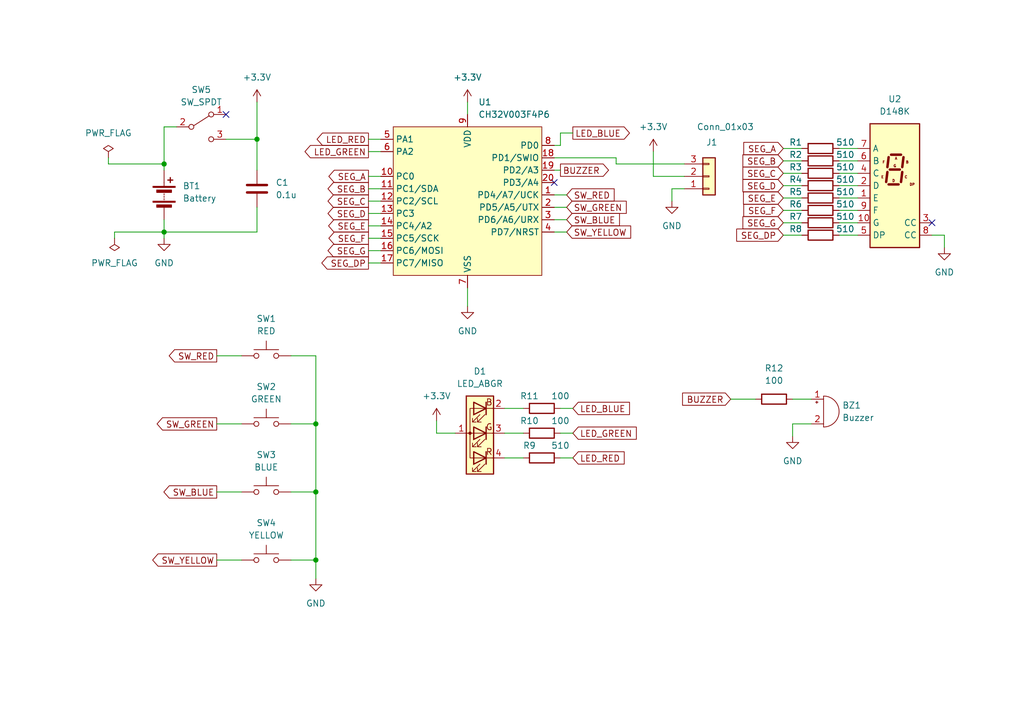
<source format=kicad_sch>
(kicad_sch (version 20230121) (generator eeschema)

  (uuid 46ce757b-b176-4f0e-9fad-e459fb159d80)

  (paper "A5")

  (title_block
    (title "記憶ゲーム")
    (date "2023-12-26")
    (rev "1.0.0")
    (company "Yuki_denshi1996")
  )

  (lib_symbols
    (symbol "CH32V:CH32V003F4P6" (in_bom yes) (on_board yes)
      (property "Reference" "U" (at -10.16 17.78 0)
        (effects (font (size 1.27 1.27)))
      )
      (property "Value" "CH32V003F4P6" (at -10.16 15.24 0)
        (effects (font (size 1.27 1.27)))
      )
      (property "Footprint" "" (at 0 0 0)
        (effects (font (size 1.27 1.27)) hide)
      )
      (property "Datasheet" "" (at 0 0 0)
        (effects (font (size 1.27 1.27)) hide)
      )
      (symbol "CH32V003F4P6_1_1"
        (rectangle (start -15.24 13.97) (end 15.24 -16.51)
          (stroke (width 0) (type default))
          (fill (type background))
        )
        (pin passive line (at 17.78 0 180) (length 2.54)
          (name "PD4/A7/UCK" (effects (font (size 1.27 1.27))))
          (number "1" (effects (font (size 1.27 1.27))))
        )
        (pin passive line (at -17.78 3.81 0) (length 2.54)
          (name "PC0" (effects (font (size 1.27 1.27))))
          (number "10" (effects (font (size 1.27 1.27))))
        )
        (pin passive line (at -17.78 1.27 0) (length 2.54)
          (name "PC1/SDA" (effects (font (size 1.27 1.27))))
          (number "11" (effects (font (size 1.27 1.27))))
        )
        (pin passive line (at -17.78 -1.27 0) (length 2.54)
          (name "PC2/SCL" (effects (font (size 1.27 1.27))))
          (number "12" (effects (font (size 1.27 1.27))))
        )
        (pin passive line (at -17.78 -3.81 0) (length 2.54)
          (name "PC3" (effects (font (size 1.27 1.27))))
          (number "13" (effects (font (size 1.27 1.27))))
        )
        (pin passive line (at -17.78 -6.35 0) (length 2.54)
          (name "PC4/A2" (effects (font (size 1.27 1.27))))
          (number "14" (effects (font (size 1.27 1.27))))
        )
        (pin passive line (at -17.78 -8.89 0) (length 2.54)
          (name "PC5/SCK" (effects (font (size 1.27 1.27))))
          (number "15" (effects (font (size 1.27 1.27))))
        )
        (pin passive line (at -17.78 -11.43 0) (length 2.54)
          (name "PC6/MOSI" (effects (font (size 1.27 1.27))))
          (number "16" (effects (font (size 1.27 1.27))))
        )
        (pin passive line (at -17.78 -13.97 0) (length 2.54)
          (name "PC7/MISO" (effects (font (size 1.27 1.27))))
          (number "17" (effects (font (size 1.27 1.27))))
        )
        (pin passive line (at 17.78 7.62 180) (length 2.54)
          (name "PD1/SWIO" (effects (font (size 1.27 1.27))))
          (number "18" (effects (font (size 1.27 1.27))))
        )
        (pin passive line (at 17.78 5.08 180) (length 2.54)
          (name "PD2/A3" (effects (font (size 1.27 1.27))))
          (number "19" (effects (font (size 1.27 1.27))))
        )
        (pin passive line (at 17.78 -2.54 180) (length 2.54)
          (name "PD5/A5/UTX" (effects (font (size 1.27 1.27))))
          (number "2" (effects (font (size 1.27 1.27))))
        )
        (pin passive line (at 17.78 2.54 180) (length 2.54)
          (name "PD3/A4" (effects (font (size 1.27 1.27))))
          (number "20" (effects (font (size 1.27 1.27))))
        )
        (pin passive line (at 17.78 -5.08 180) (length 2.54)
          (name "PD6/A6/URX" (effects (font (size 1.27 1.27))))
          (number "3" (effects (font (size 1.27 1.27))))
        )
        (pin passive line (at 17.78 -7.62 180) (length 2.54)
          (name "PD7/NRST" (effects (font (size 1.27 1.27))))
          (number "4" (effects (font (size 1.27 1.27))))
        )
        (pin passive line (at -17.78 11.43 0) (length 2.54)
          (name "PA1" (effects (font (size 1.27 1.27))))
          (number "5" (effects (font (size 1.27 1.27))))
        )
        (pin passive line (at -17.78 8.89 0) (length 2.54)
          (name "PA2" (effects (font (size 1.27 1.27))))
          (number "6" (effects (font (size 1.27 1.27))))
        )
        (pin power_in line (at 0 -19.05 90) (length 2.54)
          (name "VSS" (effects (font (size 1.27 1.27))))
          (number "7" (effects (font (size 1.27 1.27))))
        )
        (pin passive line (at 17.78 10.16 180) (length 2.54)
          (name "PD0" (effects (font (size 1.27 1.27))))
          (number "8" (effects (font (size 1.27 1.27))))
        )
        (pin power_in line (at 0 16.51 270) (length 2.54)
          (name "VDD" (effects (font (size 1.27 1.27))))
          (number "9" (effects (font (size 1.27 1.27))))
        )
      )
    )
    (symbol "Connector_Generic:Conn_01x03" (pin_names (offset 1.016) hide) (in_bom yes) (on_board yes)
      (property "Reference" "J" (at 0 5.08 0)
        (effects (font (size 1.27 1.27)))
      )
      (property "Value" "Conn_01x03" (at 0 -5.08 0)
        (effects (font (size 1.27 1.27)))
      )
      (property "Footprint" "" (at 0 0 0)
        (effects (font (size 1.27 1.27)) hide)
      )
      (property "Datasheet" "~" (at 0 0 0)
        (effects (font (size 1.27 1.27)) hide)
      )
      (property "ki_keywords" "connector" (at 0 0 0)
        (effects (font (size 1.27 1.27)) hide)
      )
      (property "ki_description" "Generic connector, single row, 01x03, script generated (kicad-library-utils/schlib/autogen/connector/)" (at 0 0 0)
        (effects (font (size 1.27 1.27)) hide)
      )
      (property "ki_fp_filters" "Connector*:*_1x??_*" (at 0 0 0)
        (effects (font (size 1.27 1.27)) hide)
      )
      (symbol "Conn_01x03_1_1"
        (rectangle (start -1.27 -2.413) (end 0 -2.667)
          (stroke (width 0.1524) (type default))
          (fill (type none))
        )
        (rectangle (start -1.27 0.127) (end 0 -0.127)
          (stroke (width 0.1524) (type default))
          (fill (type none))
        )
        (rectangle (start -1.27 2.667) (end 0 2.413)
          (stroke (width 0.1524) (type default))
          (fill (type none))
        )
        (rectangle (start -1.27 3.81) (end 1.27 -3.81)
          (stroke (width 0.254) (type default))
          (fill (type background))
        )
        (pin passive line (at -5.08 2.54 0) (length 3.81)
          (name "Pin_1" (effects (font (size 1.27 1.27))))
          (number "1" (effects (font (size 1.27 1.27))))
        )
        (pin passive line (at -5.08 0 0) (length 3.81)
          (name "Pin_2" (effects (font (size 1.27 1.27))))
          (number "2" (effects (font (size 1.27 1.27))))
        )
        (pin passive line (at -5.08 -2.54 0) (length 3.81)
          (name "Pin_3" (effects (font (size 1.27 1.27))))
          (number "3" (effects (font (size 1.27 1.27))))
        )
      )
    )
    (symbol "Device:Battery" (pin_numbers hide) (pin_names (offset 0) hide) (in_bom yes) (on_board yes)
      (property "Reference" "BT" (at 2.54 2.54 0)
        (effects (font (size 1.27 1.27)) (justify left))
      )
      (property "Value" "Battery" (at 2.54 0 0)
        (effects (font (size 1.27 1.27)) (justify left))
      )
      (property "Footprint" "" (at 0 1.524 90)
        (effects (font (size 1.27 1.27)) hide)
      )
      (property "Datasheet" "~" (at 0 1.524 90)
        (effects (font (size 1.27 1.27)) hide)
      )
      (property "ki_keywords" "batt voltage-source cell" (at 0 0 0)
        (effects (font (size 1.27 1.27)) hide)
      )
      (property "ki_description" "Multiple-cell battery" (at 0 0 0)
        (effects (font (size 1.27 1.27)) hide)
      )
      (symbol "Battery_0_1"
        (rectangle (start -2.286 -1.27) (end 2.286 -1.524)
          (stroke (width 0) (type default))
          (fill (type outline))
        )
        (rectangle (start -2.286 1.778) (end 2.286 1.524)
          (stroke (width 0) (type default))
          (fill (type outline))
        )
        (rectangle (start -1.524 -2.032) (end 1.524 -2.54)
          (stroke (width 0) (type default))
          (fill (type outline))
        )
        (rectangle (start -1.524 1.016) (end 1.524 0.508)
          (stroke (width 0) (type default))
          (fill (type outline))
        )
        (polyline
          (pts
            (xy 0 -1.016)
            (xy 0 -0.762)
          )
          (stroke (width 0) (type default))
          (fill (type none))
        )
        (polyline
          (pts
            (xy 0 -0.508)
            (xy 0 -0.254)
          )
          (stroke (width 0) (type default))
          (fill (type none))
        )
        (polyline
          (pts
            (xy 0 0)
            (xy 0 0.254)
          )
          (stroke (width 0) (type default))
          (fill (type none))
        )
        (polyline
          (pts
            (xy 0 1.778)
            (xy 0 2.54)
          )
          (stroke (width 0) (type default))
          (fill (type none))
        )
        (polyline
          (pts
            (xy 0.762 3.048)
            (xy 1.778 3.048)
          )
          (stroke (width 0.254) (type default))
          (fill (type none))
        )
        (polyline
          (pts
            (xy 1.27 3.556)
            (xy 1.27 2.54)
          )
          (stroke (width 0.254) (type default))
          (fill (type none))
        )
      )
      (symbol "Battery_1_1"
        (pin passive line (at 0 5.08 270) (length 2.54)
          (name "+" (effects (font (size 1.27 1.27))))
          (number "1" (effects (font (size 1.27 1.27))))
        )
        (pin passive line (at 0 -5.08 90) (length 2.54)
          (name "-" (effects (font (size 1.27 1.27))))
          (number "2" (effects (font (size 1.27 1.27))))
        )
      )
    )
    (symbol "Device:Buzzer" (pin_names (offset 0.0254) hide) (in_bom yes) (on_board yes)
      (property "Reference" "BZ" (at 3.81 1.27 0)
        (effects (font (size 1.27 1.27)) (justify left))
      )
      (property "Value" "Buzzer" (at 3.81 -1.27 0)
        (effects (font (size 1.27 1.27)) (justify left))
      )
      (property "Footprint" "" (at -0.635 2.54 90)
        (effects (font (size 1.27 1.27)) hide)
      )
      (property "Datasheet" "~" (at -0.635 2.54 90)
        (effects (font (size 1.27 1.27)) hide)
      )
      (property "ki_keywords" "quartz resonator ceramic" (at 0 0 0)
        (effects (font (size 1.27 1.27)) hide)
      )
      (property "ki_description" "Buzzer, polarized" (at 0 0 0)
        (effects (font (size 1.27 1.27)) hide)
      )
      (property "ki_fp_filters" "*Buzzer*" (at 0 0 0)
        (effects (font (size 1.27 1.27)) hide)
      )
      (symbol "Buzzer_0_1"
        (arc (start 0 -3.175) (mid 3.1612 0) (end 0 3.175)
          (stroke (width 0) (type default))
          (fill (type none))
        )
        (polyline
          (pts
            (xy -1.651 1.905)
            (xy -1.143 1.905)
          )
          (stroke (width 0) (type default))
          (fill (type none))
        )
        (polyline
          (pts
            (xy -1.397 2.159)
            (xy -1.397 1.651)
          )
          (stroke (width 0) (type default))
          (fill (type none))
        )
        (polyline
          (pts
            (xy 0 3.175)
            (xy 0 -3.175)
          )
          (stroke (width 0) (type default))
          (fill (type none))
        )
      )
      (symbol "Buzzer_1_1"
        (pin passive line (at -2.54 2.54 0) (length 2.54)
          (name "-" (effects (font (size 1.27 1.27))))
          (number "1" (effects (font (size 1.27 1.27))))
        )
        (pin passive line (at -2.54 -2.54 0) (length 2.54)
          (name "+" (effects (font (size 1.27 1.27))))
          (number "2" (effects (font (size 1.27 1.27))))
        )
      )
    )
    (symbol "Device:C" (pin_numbers hide) (pin_names (offset 0.254)) (in_bom yes) (on_board yes)
      (property "Reference" "C" (at 0.635 2.54 0)
        (effects (font (size 1.27 1.27)) (justify left))
      )
      (property "Value" "C" (at 0.635 -2.54 0)
        (effects (font (size 1.27 1.27)) (justify left))
      )
      (property "Footprint" "" (at 0.9652 -3.81 0)
        (effects (font (size 1.27 1.27)) hide)
      )
      (property "Datasheet" "~" (at 0 0 0)
        (effects (font (size 1.27 1.27)) hide)
      )
      (property "ki_keywords" "cap capacitor" (at 0 0 0)
        (effects (font (size 1.27 1.27)) hide)
      )
      (property "ki_description" "Unpolarized capacitor" (at 0 0 0)
        (effects (font (size 1.27 1.27)) hide)
      )
      (property "ki_fp_filters" "C_*" (at 0 0 0)
        (effects (font (size 1.27 1.27)) hide)
      )
      (symbol "C_0_1"
        (polyline
          (pts
            (xy -2.032 -0.762)
            (xy 2.032 -0.762)
          )
          (stroke (width 0.508) (type default))
          (fill (type none))
        )
        (polyline
          (pts
            (xy -2.032 0.762)
            (xy 2.032 0.762)
          )
          (stroke (width 0.508) (type default))
          (fill (type none))
        )
      )
      (symbol "C_1_1"
        (pin passive line (at 0 3.81 270) (length 2.794)
          (name "~" (effects (font (size 1.27 1.27))))
          (number "1" (effects (font (size 1.27 1.27))))
        )
        (pin passive line (at 0 -3.81 90) (length 2.794)
          (name "~" (effects (font (size 1.27 1.27))))
          (number "2" (effects (font (size 1.27 1.27))))
        )
      )
    )
    (symbol "Device:LED_ABGR" (pin_names (offset 0) hide) (in_bom yes) (on_board yes)
      (property "Reference" "D" (at 0 9.398 0)
        (effects (font (size 1.27 1.27)))
      )
      (property "Value" "LED_ABGR" (at 0 -8.89 0)
        (effects (font (size 1.27 1.27)))
      )
      (property "Footprint" "" (at 0 -1.27 0)
        (effects (font (size 1.27 1.27)) hide)
      )
      (property "Datasheet" "~" (at 0 -1.27 0)
        (effects (font (size 1.27 1.27)) hide)
      )
      (property "ki_keywords" "LED RGB diode" (at 0 0 0)
        (effects (font (size 1.27 1.27)) hide)
      )
      (property "ki_description" "RGB LED, anode/blue/green/red" (at 0 0 0)
        (effects (font (size 1.27 1.27)) hide)
      )
      (property "ki_fp_filters" "LED* LED_SMD:* LED_THT:*" (at 0 0 0)
        (effects (font (size 1.27 1.27)) hide)
      )
      (symbol "LED_ABGR_0_0"
        (text "B" (at -1.905 -6.35 0)
          (effects (font (size 1.27 1.27)))
        )
        (text "G" (at -1.905 -1.27 0)
          (effects (font (size 1.27 1.27)))
        )
        (text "R" (at -1.905 3.81 0)
          (effects (font (size 1.27 1.27)))
        )
      )
      (symbol "LED_ABGR_0_1"
        (polyline
          (pts
            (xy -1.27 -5.08)
            (xy -2.54 -5.08)
          )
          (stroke (width 0) (type default))
          (fill (type none))
        )
        (polyline
          (pts
            (xy -1.27 -5.08)
            (xy 1.27 -5.08)
          )
          (stroke (width 0) (type default))
          (fill (type none))
        )
        (polyline
          (pts
            (xy -1.27 -3.81)
            (xy -1.27 -6.35)
          )
          (stroke (width 0.254) (type default))
          (fill (type none))
        )
        (polyline
          (pts
            (xy -1.27 0)
            (xy -2.54 0)
          )
          (stroke (width 0) (type default))
          (fill (type none))
        )
        (polyline
          (pts
            (xy -1.27 1.27)
            (xy -1.27 -1.27)
          )
          (stroke (width 0.254) (type default))
          (fill (type none))
        )
        (polyline
          (pts
            (xy -1.27 5.08)
            (xy -2.54 5.08)
          )
          (stroke (width 0) (type default))
          (fill (type none))
        )
        (polyline
          (pts
            (xy -1.27 5.08)
            (xy 1.27 5.08)
          )
          (stroke (width 0) (type default))
          (fill (type none))
        )
        (polyline
          (pts
            (xy -1.27 6.35)
            (xy -1.27 3.81)
          )
          (stroke (width 0.254) (type default))
          (fill (type none))
        )
        (polyline
          (pts
            (xy 1.27 0)
            (xy -1.27 0)
          )
          (stroke (width 0) (type default))
          (fill (type none))
        )
        (polyline
          (pts
            (xy 1.27 0)
            (xy 2.54 0)
          )
          (stroke (width 0) (type default))
          (fill (type none))
        )
        (polyline
          (pts
            (xy -1.27 1.27)
            (xy -1.27 -1.27)
            (xy -1.27 -1.27)
          )
          (stroke (width 0) (type default))
          (fill (type none))
        )
        (polyline
          (pts
            (xy -1.27 6.35)
            (xy -1.27 3.81)
            (xy -1.27 3.81)
          )
          (stroke (width 0) (type default))
          (fill (type none))
        )
        (polyline
          (pts
            (xy 1.27 -5.08)
            (xy 2.032 -5.08)
            (xy 2.032 5.08)
            (xy 1.27 5.08)
          )
          (stroke (width 0) (type default))
          (fill (type none))
        )
        (polyline
          (pts
            (xy 1.27 -3.81)
            (xy 1.27 -6.35)
            (xy -1.27 -5.08)
            (xy 1.27 -3.81)
          )
          (stroke (width 0.254) (type default))
          (fill (type none))
        )
        (polyline
          (pts
            (xy 1.27 1.27)
            (xy 1.27 -1.27)
            (xy -1.27 0)
            (xy 1.27 1.27)
          )
          (stroke (width 0.254) (type default))
          (fill (type none))
        )
        (polyline
          (pts
            (xy 1.27 6.35)
            (xy 1.27 3.81)
            (xy -1.27 5.08)
            (xy 1.27 6.35)
          )
          (stroke (width 0.254) (type default))
          (fill (type none))
        )
        (polyline
          (pts
            (xy -1.016 -3.81)
            (xy 0.508 -2.286)
            (xy -0.254 -2.286)
            (xy 0.508 -2.286)
            (xy 0.508 -3.048)
          )
          (stroke (width 0) (type default))
          (fill (type none))
        )
        (polyline
          (pts
            (xy -1.016 1.27)
            (xy 0.508 2.794)
            (xy -0.254 2.794)
            (xy 0.508 2.794)
            (xy 0.508 2.032)
          )
          (stroke (width 0) (type default))
          (fill (type none))
        )
        (polyline
          (pts
            (xy -1.016 6.35)
            (xy 0.508 7.874)
            (xy -0.254 7.874)
            (xy 0.508 7.874)
            (xy 0.508 7.112)
          )
          (stroke (width 0) (type default))
          (fill (type none))
        )
        (polyline
          (pts
            (xy 0 -3.81)
            (xy 1.524 -2.286)
            (xy 0.762 -2.286)
            (xy 1.524 -2.286)
            (xy 1.524 -3.048)
          )
          (stroke (width 0) (type default))
          (fill (type none))
        )
        (polyline
          (pts
            (xy 0 1.27)
            (xy 1.524 2.794)
            (xy 0.762 2.794)
            (xy 1.524 2.794)
            (xy 1.524 2.032)
          )
          (stroke (width 0) (type default))
          (fill (type none))
        )
        (polyline
          (pts
            (xy 0 6.35)
            (xy 1.524 7.874)
            (xy 0.762 7.874)
            (xy 1.524 7.874)
            (xy 1.524 7.112)
          )
          (stroke (width 0) (type default))
          (fill (type none))
        )
        (rectangle (start 1.27 -1.27) (end 1.27 1.27)
          (stroke (width 0) (type default))
          (fill (type none))
        )
        (rectangle (start 1.27 1.27) (end 1.27 1.27)
          (stroke (width 0) (type default))
          (fill (type none))
        )
        (rectangle (start 1.27 3.81) (end 1.27 6.35)
          (stroke (width 0) (type default))
          (fill (type none))
        )
        (rectangle (start 1.27 6.35) (end 1.27 6.35)
          (stroke (width 0) (type default))
          (fill (type none))
        )
        (circle (center 2.032 0) (radius 0.254)
          (stroke (width 0) (type default))
          (fill (type outline))
        )
        (rectangle (start 2.794 8.382) (end -2.794 -7.62)
          (stroke (width 0.254) (type default))
          (fill (type background))
        )
      )
      (symbol "LED_ABGR_1_1"
        (pin passive line (at 5.08 0 180) (length 2.54)
          (name "A" (effects (font (size 1.27 1.27))))
          (number "1" (effects (font (size 1.27 1.27))))
        )
        (pin passive line (at -5.08 -5.08 0) (length 2.54)
          (name "BK" (effects (font (size 1.27 1.27))))
          (number "2" (effects (font (size 1.27 1.27))))
        )
        (pin passive line (at -5.08 0 0) (length 2.54)
          (name "GK" (effects (font (size 1.27 1.27))))
          (number "3" (effects (font (size 1.27 1.27))))
        )
        (pin passive line (at -5.08 5.08 0) (length 2.54)
          (name "RK" (effects (font (size 1.27 1.27))))
          (number "4" (effects (font (size 1.27 1.27))))
        )
      )
    )
    (symbol "Device:R" (pin_numbers hide) (pin_names (offset 0)) (in_bom yes) (on_board yes)
      (property "Reference" "R" (at 2.032 0 90)
        (effects (font (size 1.27 1.27)))
      )
      (property "Value" "R" (at 0 0 90)
        (effects (font (size 1.27 1.27)))
      )
      (property "Footprint" "" (at -1.778 0 90)
        (effects (font (size 1.27 1.27)) hide)
      )
      (property "Datasheet" "~" (at 0 0 0)
        (effects (font (size 1.27 1.27)) hide)
      )
      (property "ki_keywords" "R res resistor" (at 0 0 0)
        (effects (font (size 1.27 1.27)) hide)
      )
      (property "ki_description" "Resistor" (at 0 0 0)
        (effects (font (size 1.27 1.27)) hide)
      )
      (property "ki_fp_filters" "R_*" (at 0 0 0)
        (effects (font (size 1.27 1.27)) hide)
      )
      (symbol "R_0_1"
        (rectangle (start -1.016 -2.54) (end 1.016 2.54)
          (stroke (width 0.254) (type default))
          (fill (type none))
        )
      )
      (symbol "R_1_1"
        (pin passive line (at 0 3.81 270) (length 1.27)
          (name "~" (effects (font (size 1.27 1.27))))
          (number "1" (effects (font (size 1.27 1.27))))
        )
        (pin passive line (at 0 -3.81 90) (length 1.27)
          (name "~" (effects (font (size 1.27 1.27))))
          (number "2" (effects (font (size 1.27 1.27))))
        )
      )
    )
    (symbol "Display_Character:D148K" (in_bom yes) (on_board yes)
      (property "Reference" "U" (at -2.54 13.97 0)
        (effects (font (size 1.27 1.27)) (justify right))
      )
      (property "Value" "D148K" (at 1.27 13.97 0)
        (effects (font (size 1.27 1.27)) (justify left))
      )
      (property "Footprint" "Display_7Segment:D1X8K" (at 0 -15.24 0)
        (effects (font (size 1.27 1.27)) hide)
      )
      (property "Datasheet" "https://ia800903.us.archive.org/24/items/CTKD1x8K/Cromatek%20D168K.pdf" (at -12.7 12.065 0)
        (effects (font (size 1.27 1.27)) (justify left) hide)
      )
      (property "ki_keywords" "display LED 7-segment" (at 0 0 0)
        (effects (font (size 1.27 1.27)) hide)
      )
      (property "ki_description" "One digit 7 segment yellowish-green LED, low current, common cathode" (at 0 0 0)
        (effects (font (size 1.27 1.27)) hide)
      )
      (property "ki_fp_filters" "D1X8K*" (at 0 0 0)
        (effects (font (size 1.27 1.27)) hide)
      )
      (symbol "D148K_0_0"
        (text "A" (at 0.254 5.588 0)
          (effects (font (size 0.508 0.508)))
        )
        (text "B" (at 2.54 4.826 0)
          (effects (font (size 0.508 0.508)))
        )
        (text "C" (at 2.286 1.778 0)
          (effects (font (size 0.508 0.508)))
        )
        (text "D" (at -0.254 1.016 0)
          (effects (font (size 0.508 0.508)))
        )
        (text "DP" (at 3.556 0.254 0)
          (effects (font (size 0.508 0.508)))
        )
        (text "E" (at -2.54 1.778 0)
          (effects (font (size 0.508 0.508)))
        )
        (text "F" (at -2.286 4.826 0)
          (effects (font (size 0.508 0.508)))
        )
        (text "G" (at 0 4.064 0)
          (effects (font (size 0.508 0.508)))
        )
      )
      (symbol "D148K_0_1"
        (rectangle (start -5.08 12.7) (end 5.08 -12.7)
          (stroke (width 0.254) (type default))
          (fill (type background))
        )
        (polyline
          (pts
            (xy -1.524 2.794)
            (xy -1.778 0.762)
          )
          (stroke (width 0.508) (type default))
          (fill (type none))
        )
        (polyline
          (pts
            (xy -1.27 0.254)
            (xy 0.762 0.254)
          )
          (stroke (width 0.508) (type default))
          (fill (type none))
        )
        (polyline
          (pts
            (xy -1.27 5.842)
            (xy -1.524 3.81)
          )
          (stroke (width 0.508) (type default))
          (fill (type none))
        )
        (polyline
          (pts
            (xy -1.016 3.302)
            (xy 1.016 3.302)
          )
          (stroke (width 0.508) (type default))
          (fill (type none))
        )
        (polyline
          (pts
            (xy -0.762 6.35)
            (xy 1.27 6.35)
          )
          (stroke (width 0.508) (type default))
          (fill (type none))
        )
        (polyline
          (pts
            (xy 1.524 2.794)
            (xy 1.27 0.762)
          )
          (stroke (width 0.508) (type default))
          (fill (type none))
        )
        (polyline
          (pts
            (xy 1.778 5.842)
            (xy 1.524 3.81)
          )
          (stroke (width 0.508) (type default))
          (fill (type none))
        )
        (polyline
          (pts
            (xy 2.54 0.254)
            (xy 2.54 0.254)
          )
          (stroke (width 0.508) (type default))
          (fill (type none))
        )
      )
      (symbol "D148K_1_1"
        (pin input line (at -7.62 -2.54 0) (length 2.54)
          (name "E" (effects (font (size 1.27 1.27))))
          (number "1" (effects (font (size 1.27 1.27))))
        )
        (pin input line (at -7.62 -7.62 0) (length 2.54)
          (name "G" (effects (font (size 1.27 1.27))))
          (number "10" (effects (font (size 1.27 1.27))))
        )
        (pin input line (at -7.62 0 0) (length 2.54)
          (name "D" (effects (font (size 1.27 1.27))))
          (number "2" (effects (font (size 1.27 1.27))))
        )
        (pin input line (at 7.62 -7.62 180) (length 2.54)
          (name "CC" (effects (font (size 1.27 1.27))))
          (number "3" (effects (font (size 1.27 1.27))))
        )
        (pin input line (at -7.62 2.54 0) (length 2.54)
          (name "C" (effects (font (size 1.27 1.27))))
          (number "4" (effects (font (size 1.27 1.27))))
        )
        (pin input line (at -7.62 -10.16 0) (length 2.54)
          (name "DP" (effects (font (size 1.27 1.27))))
          (number "5" (effects (font (size 1.27 1.27))))
        )
        (pin input line (at -7.62 5.08 0) (length 2.54)
          (name "B" (effects (font (size 1.27 1.27))))
          (number "6" (effects (font (size 1.27 1.27))))
        )
        (pin input line (at -7.62 7.62 0) (length 2.54)
          (name "A" (effects (font (size 1.27 1.27))))
          (number "7" (effects (font (size 1.27 1.27))))
        )
        (pin input line (at 7.62 -10.16 180) (length 2.54)
          (name "CC" (effects (font (size 1.27 1.27))))
          (number "8" (effects (font (size 1.27 1.27))))
        )
        (pin input line (at -7.62 -5.08 0) (length 2.54)
          (name "F" (effects (font (size 1.27 1.27))))
          (number "9" (effects (font (size 1.27 1.27))))
        )
      )
    )
    (symbol "Switch:SW_Push" (pin_numbers hide) (pin_names (offset 1.016) hide) (in_bom yes) (on_board yes)
      (property "Reference" "SW" (at 1.27 2.54 0)
        (effects (font (size 1.27 1.27)) (justify left))
      )
      (property "Value" "SW_Push" (at 0 -1.524 0)
        (effects (font (size 1.27 1.27)))
      )
      (property "Footprint" "" (at 0 5.08 0)
        (effects (font (size 1.27 1.27)) hide)
      )
      (property "Datasheet" "~" (at 0 5.08 0)
        (effects (font (size 1.27 1.27)) hide)
      )
      (property "ki_keywords" "switch normally-open pushbutton push-button" (at 0 0 0)
        (effects (font (size 1.27 1.27)) hide)
      )
      (property "ki_description" "Push button switch, generic, two pins" (at 0 0 0)
        (effects (font (size 1.27 1.27)) hide)
      )
      (symbol "SW_Push_0_1"
        (circle (center -2.032 0) (radius 0.508)
          (stroke (width 0) (type default))
          (fill (type none))
        )
        (polyline
          (pts
            (xy 0 1.27)
            (xy 0 3.048)
          )
          (stroke (width 0) (type default))
          (fill (type none))
        )
        (polyline
          (pts
            (xy 2.54 1.27)
            (xy -2.54 1.27)
          )
          (stroke (width 0) (type default))
          (fill (type none))
        )
        (circle (center 2.032 0) (radius 0.508)
          (stroke (width 0) (type default))
          (fill (type none))
        )
        (pin passive line (at -5.08 0 0) (length 2.54)
          (name "1" (effects (font (size 1.27 1.27))))
          (number "1" (effects (font (size 1.27 1.27))))
        )
        (pin passive line (at 5.08 0 180) (length 2.54)
          (name "2" (effects (font (size 1.27 1.27))))
          (number "2" (effects (font (size 1.27 1.27))))
        )
      )
    )
    (symbol "Switch:SW_SPDT" (pin_names (offset 0) hide) (in_bom yes) (on_board yes)
      (property "Reference" "SW" (at 0 4.318 0)
        (effects (font (size 1.27 1.27)))
      )
      (property "Value" "SW_SPDT" (at 0 -5.08 0)
        (effects (font (size 1.27 1.27)))
      )
      (property "Footprint" "" (at 0 0 0)
        (effects (font (size 1.27 1.27)) hide)
      )
      (property "Datasheet" "~" (at 0 0 0)
        (effects (font (size 1.27 1.27)) hide)
      )
      (property "ki_keywords" "switch single-pole double-throw spdt ON-ON" (at 0 0 0)
        (effects (font (size 1.27 1.27)) hide)
      )
      (property "ki_description" "Switch, single pole double throw" (at 0 0 0)
        (effects (font (size 1.27 1.27)) hide)
      )
      (symbol "SW_SPDT_0_0"
        (circle (center -2.032 0) (radius 0.508)
          (stroke (width 0) (type default))
          (fill (type none))
        )
        (circle (center 2.032 -2.54) (radius 0.508)
          (stroke (width 0) (type default))
          (fill (type none))
        )
      )
      (symbol "SW_SPDT_0_1"
        (polyline
          (pts
            (xy -1.524 0.254)
            (xy 1.651 2.286)
          )
          (stroke (width 0) (type default))
          (fill (type none))
        )
        (circle (center 2.032 2.54) (radius 0.508)
          (stroke (width 0) (type default))
          (fill (type none))
        )
      )
      (symbol "SW_SPDT_1_1"
        (pin passive line (at 5.08 2.54 180) (length 2.54)
          (name "A" (effects (font (size 1.27 1.27))))
          (number "1" (effects (font (size 1.27 1.27))))
        )
        (pin passive line (at -5.08 0 0) (length 2.54)
          (name "B" (effects (font (size 1.27 1.27))))
          (number "2" (effects (font (size 1.27 1.27))))
        )
        (pin passive line (at 5.08 -2.54 180) (length 2.54)
          (name "C" (effects (font (size 1.27 1.27))))
          (number "3" (effects (font (size 1.27 1.27))))
        )
      )
    )
    (symbol "power:+3.3V" (power) (pin_names (offset 0)) (in_bom yes) (on_board yes)
      (property "Reference" "#PWR" (at 0 -3.81 0)
        (effects (font (size 1.27 1.27)) hide)
      )
      (property "Value" "+3.3V" (at 0 3.556 0)
        (effects (font (size 1.27 1.27)))
      )
      (property "Footprint" "" (at 0 0 0)
        (effects (font (size 1.27 1.27)) hide)
      )
      (property "Datasheet" "" (at 0 0 0)
        (effects (font (size 1.27 1.27)) hide)
      )
      (property "ki_keywords" "global power" (at 0 0 0)
        (effects (font (size 1.27 1.27)) hide)
      )
      (property "ki_description" "Power symbol creates a global label with name \"+3.3V\"" (at 0 0 0)
        (effects (font (size 1.27 1.27)) hide)
      )
      (symbol "+3.3V_0_1"
        (polyline
          (pts
            (xy -0.762 1.27)
            (xy 0 2.54)
          )
          (stroke (width 0) (type default))
          (fill (type none))
        )
        (polyline
          (pts
            (xy 0 0)
            (xy 0 2.54)
          )
          (stroke (width 0) (type default))
          (fill (type none))
        )
        (polyline
          (pts
            (xy 0 2.54)
            (xy 0.762 1.27)
          )
          (stroke (width 0) (type default))
          (fill (type none))
        )
      )
      (symbol "+3.3V_1_1"
        (pin power_in line (at 0 0 90) (length 0) hide
          (name "+3.3V" (effects (font (size 1.27 1.27))))
          (number "1" (effects (font (size 1.27 1.27))))
        )
      )
    )
    (symbol "power:GND" (power) (pin_names (offset 0)) (in_bom yes) (on_board yes)
      (property "Reference" "#PWR" (at 0 -6.35 0)
        (effects (font (size 1.27 1.27)) hide)
      )
      (property "Value" "GND" (at 0 -3.81 0)
        (effects (font (size 1.27 1.27)))
      )
      (property "Footprint" "" (at 0 0 0)
        (effects (font (size 1.27 1.27)) hide)
      )
      (property "Datasheet" "" (at 0 0 0)
        (effects (font (size 1.27 1.27)) hide)
      )
      (property "ki_keywords" "global power" (at 0 0 0)
        (effects (font (size 1.27 1.27)) hide)
      )
      (property "ki_description" "Power symbol creates a global label with name \"GND\" , ground" (at 0 0 0)
        (effects (font (size 1.27 1.27)) hide)
      )
      (symbol "GND_0_1"
        (polyline
          (pts
            (xy 0 0)
            (xy 0 -1.27)
            (xy 1.27 -1.27)
            (xy 0 -2.54)
            (xy -1.27 -1.27)
            (xy 0 -1.27)
          )
          (stroke (width 0) (type default))
          (fill (type none))
        )
      )
      (symbol "GND_1_1"
        (pin power_in line (at 0 0 270) (length 0) hide
          (name "GND" (effects (font (size 1.27 1.27))))
          (number "1" (effects (font (size 1.27 1.27))))
        )
      )
    )
    (symbol "power:PWR_FLAG" (power) (pin_numbers hide) (pin_names (offset 0) hide) (in_bom yes) (on_board yes)
      (property "Reference" "#FLG" (at 0 1.905 0)
        (effects (font (size 1.27 1.27)) hide)
      )
      (property "Value" "PWR_FLAG" (at 0 3.81 0)
        (effects (font (size 1.27 1.27)))
      )
      (property "Footprint" "" (at 0 0 0)
        (effects (font (size 1.27 1.27)) hide)
      )
      (property "Datasheet" "~" (at 0 0 0)
        (effects (font (size 1.27 1.27)) hide)
      )
      (property "ki_keywords" "flag power" (at 0 0 0)
        (effects (font (size 1.27 1.27)) hide)
      )
      (property "ki_description" "Special symbol for telling ERC where power comes from" (at 0 0 0)
        (effects (font (size 1.27 1.27)) hide)
      )
      (symbol "PWR_FLAG_0_0"
        (pin power_out line (at 0 0 90) (length 0)
          (name "pwr" (effects (font (size 1.27 1.27))))
          (number "1" (effects (font (size 1.27 1.27))))
        )
      )
      (symbol "PWR_FLAG_0_1"
        (polyline
          (pts
            (xy 0 0)
            (xy 0 1.27)
            (xy -1.016 1.905)
            (xy 0 2.54)
            (xy 1.016 1.905)
            (xy 0 1.27)
          )
          (stroke (width 0) (type default))
          (fill (type none))
        )
      )
    )
  )

  (junction (at 64.77 114.935) (diameter 0) (color 0 0 0 0)
    (uuid 2ecf5050-8cb1-4304-82fa-d7979eef5f01)
  )
  (junction (at 33.655 33.655) (diameter 0) (color 0 0 0 0)
    (uuid 3fc9a530-941e-438e-9b77-fca3e89b8f89)
  )
  (junction (at 33.655 47.625) (diameter 0) (color 0 0 0 0)
    (uuid 49a8ecbc-6482-46c1-8492-4fe3c37e18fd)
  )
  (junction (at 64.77 86.995) (diameter 0) (color 0 0 0 0)
    (uuid 4b731021-319f-44c5-b5d3-0bb7e140ca60)
  )
  (junction (at 52.705 28.575) (diameter 0) (color 0 0 0 0)
    (uuid aa32cc83-3424-414f-a5d5-0e3a55ee10d7)
  )
  (junction (at 64.77 100.965) (diameter 0) (color 0 0 0 0)
    (uuid b526bf66-30a4-4b12-bbaf-06c221b019fe)
  )

  (no_connect (at 46.355 23.495) (uuid 769a83b3-7acc-4c9e-8f19-791146ed8755))
  (no_connect (at 113.665 37.465) (uuid 8c6b79f7-2810-4eac-87b1-1250ac725be8))
  (no_connect (at 191.135 45.72) (uuid c4c16667-f129-464e-a581-67a732d5e73e))

  (wire (pts (xy 22.225 32.385) (xy 22.225 33.655))
    (stroke (width 0) (type default))
    (uuid 02383d45-4e29-4884-bf1e-60c736f15ad2)
  )
  (wire (pts (xy 33.655 47.625) (xy 52.705 47.625))
    (stroke (width 0) (type default))
    (uuid 04c29bcb-4e19-4a30-a8ae-35e9784204d7)
  )
  (wire (pts (xy 160.655 33.02) (xy 164.465 33.02))
    (stroke (width 0) (type default))
    (uuid 07faee30-a39a-41d4-99c5-849d32ae1aed)
  )
  (wire (pts (xy 162.56 86.995) (xy 162.56 89.535))
    (stroke (width 0) (type default))
    (uuid 11d72b9a-7f0e-4595-ba85-b9b64238c694)
  )
  (wire (pts (xy 75.565 43.815) (xy 78.105 43.815))
    (stroke (width 0) (type default))
    (uuid 15efc4ba-b871-41cf-abdb-08557585e847)
  )
  (wire (pts (xy 59.69 100.965) (xy 64.77 100.965))
    (stroke (width 0) (type default))
    (uuid 17e4571b-abb3-49a6-a2a9-7e07a6d56401)
  )
  (wire (pts (xy 172.085 48.26) (xy 175.895 48.26))
    (stroke (width 0) (type default))
    (uuid 1ae09d85-9690-41c2-92be-809a2d8cf782)
  )
  (wire (pts (xy 113.665 32.385) (xy 126.365 32.385))
    (stroke (width 0) (type default))
    (uuid 1ae9757c-803d-480c-9563-d91ef27e9c2a)
  )
  (wire (pts (xy 23.495 48.895) (xy 23.495 47.625))
    (stroke (width 0) (type default))
    (uuid 1b3340ab-75cb-4b2e-aa8e-07618f2449f7)
  )
  (wire (pts (xy 172.085 38.1) (xy 175.895 38.1))
    (stroke (width 0) (type default))
    (uuid 24a7a8a9-5c0f-4432-918f-4c9ab1b01763)
  )
  (wire (pts (xy 89.535 86.36) (xy 89.535 88.9))
    (stroke (width 0) (type default))
    (uuid 28abebdf-bb8f-48e0-a012-de01ed08f3fd)
  )
  (wire (pts (xy 113.665 34.925) (xy 114.935 34.925))
    (stroke (width 0) (type default))
    (uuid 28dd2422-beb9-44d9-b725-4522f5e5aa54)
  )
  (wire (pts (xy 75.565 46.355) (xy 78.105 46.355))
    (stroke (width 0) (type default))
    (uuid 320a4b89-e415-4182-b4fa-eb54d643e86d)
  )
  (wire (pts (xy 160.655 48.26) (xy 164.465 48.26))
    (stroke (width 0) (type default))
    (uuid 35e1f974-83db-49f3-853c-f634f7851971)
  )
  (wire (pts (xy 172.085 43.18) (xy 175.895 43.18))
    (stroke (width 0) (type default))
    (uuid 369fa463-81cf-4b68-aa45-a57b88be7405)
  )
  (wire (pts (xy 126.365 33.655) (xy 126.365 32.385))
    (stroke (width 0) (type default))
    (uuid 381d6fd4-454c-42f8-84d3-bb4af4013b2d)
  )
  (wire (pts (xy 114.935 29.845) (xy 113.665 29.845))
    (stroke (width 0) (type default))
    (uuid 39c2928d-fffa-4695-adc8-bb7e32d704d9)
  )
  (wire (pts (xy 44.45 86.995) (xy 49.53 86.995))
    (stroke (width 0) (type default))
    (uuid 3accfbf5-1e6c-448c-814b-abc3266aa9df)
  )
  (wire (pts (xy 64.77 73.025) (xy 64.77 86.995))
    (stroke (width 0) (type default))
    (uuid 3c1c0375-4057-45b3-aa70-d931d3bb8928)
  )
  (wire (pts (xy 33.655 26.035) (xy 33.655 33.655))
    (stroke (width 0) (type default))
    (uuid 402e7c83-87ba-4c04-9a0a-0198d4e8b4c8)
  )
  (wire (pts (xy 149.86 81.915) (xy 154.94 81.915))
    (stroke (width 0) (type default))
    (uuid 50774ce1-9624-4d7d-87ea-2dcc93fd3bf0)
  )
  (wire (pts (xy 75.565 48.895) (xy 78.105 48.895))
    (stroke (width 0) (type default))
    (uuid 559bc531-e4eb-40c3-a0fe-1d8a28bba479)
  )
  (wire (pts (xy 103.505 88.9) (xy 107.315 88.9))
    (stroke (width 0) (type default))
    (uuid 58c2b3c8-2025-4c44-9502-93ca03d4ce37)
  )
  (wire (pts (xy 160.655 40.64) (xy 164.465 40.64))
    (stroke (width 0) (type default))
    (uuid 595c46d2-c737-4d6c-9051-50035877f6da)
  )
  (wire (pts (xy 44.45 114.935) (xy 49.53 114.935))
    (stroke (width 0) (type default))
    (uuid 5fff27d2-a740-494a-bc3f-c2e68ba91316)
  )
  (wire (pts (xy 75.565 41.275) (xy 78.105 41.275))
    (stroke (width 0) (type default))
    (uuid 619aca20-3192-44e1-9fad-b24a011f8f26)
  )
  (wire (pts (xy 113.665 45.085) (xy 116.205 45.085))
    (stroke (width 0) (type default))
    (uuid 6236e083-c4e4-4b95-8f23-9567779c932a)
  )
  (wire (pts (xy 140.335 33.655) (xy 126.365 33.655))
    (stroke (width 0) (type default))
    (uuid 671856e6-bc8c-4699-8a6b-2671f15644ab)
  )
  (wire (pts (xy 172.085 30.48) (xy 175.895 30.48))
    (stroke (width 0) (type default))
    (uuid 708ac04b-8b53-4cba-8b18-6340a9030887)
  )
  (wire (pts (xy 114.935 27.305) (xy 114.935 29.845))
    (stroke (width 0) (type default))
    (uuid 77492206-2302-47bd-b04d-2906af1e9ace)
  )
  (wire (pts (xy 75.565 51.435) (xy 78.105 51.435))
    (stroke (width 0) (type default))
    (uuid 77dfb31e-bb42-4796-892b-23f903ffa811)
  )
  (wire (pts (xy 113.665 47.625) (xy 116.205 47.625))
    (stroke (width 0) (type default))
    (uuid 795d7fe4-3fb5-439e-b807-b3cf8cf7d090)
  )
  (wire (pts (xy 64.77 114.935) (xy 64.77 118.745))
    (stroke (width 0) (type default))
    (uuid 7baddc42-293f-47e3-aeb6-9c7d13b5bf8e)
  )
  (wire (pts (xy 166.37 86.995) (xy 162.56 86.995))
    (stroke (width 0) (type default))
    (uuid 7cd5817c-17a9-41cb-99f8-4cbad74f364b)
  )
  (wire (pts (xy 160.655 35.56) (xy 164.465 35.56))
    (stroke (width 0) (type default))
    (uuid 7debaa9f-74e3-47c8-81c3-e2c857ed506b)
  )
  (wire (pts (xy 23.495 47.625) (xy 33.655 47.625))
    (stroke (width 0) (type default))
    (uuid 7e3d3bf8-eea1-4af8-9876-9e1ae65415f2)
  )
  (wire (pts (xy 117.475 27.305) (xy 114.935 27.305))
    (stroke (width 0) (type default))
    (uuid 7f366206-b472-44de-9fcb-aca3cd2702ef)
  )
  (wire (pts (xy 172.085 45.72) (xy 175.895 45.72))
    (stroke (width 0) (type default))
    (uuid 80a4b49c-95f7-406b-84ed-359ebb31c493)
  )
  (wire (pts (xy 46.355 28.575) (xy 52.705 28.575))
    (stroke (width 0) (type default))
    (uuid 8162a999-d38d-46d5-b457-7d7e28b49483)
  )
  (wire (pts (xy 64.77 73.025) (xy 59.69 73.025))
    (stroke (width 0) (type default))
    (uuid 85907a34-15e4-473b-83e9-9cb456652cf2)
  )
  (wire (pts (xy 89.535 88.9) (xy 93.345 88.9))
    (stroke (width 0) (type default))
    (uuid 860e5c28-6b10-4a55-83e4-1230666dd786)
  )
  (wire (pts (xy 95.885 59.055) (xy 95.885 62.865))
    (stroke (width 0) (type default))
    (uuid 8afcbf47-f02e-4b07-939d-e4ce0cb74d22)
  )
  (wire (pts (xy 113.665 40.005) (xy 116.205 40.005))
    (stroke (width 0) (type default))
    (uuid 8ec3ff53-e771-4f09-911c-245ddee07cc1)
  )
  (wire (pts (xy 33.655 33.655) (xy 33.655 34.925))
    (stroke (width 0) (type default))
    (uuid 92fdc895-9635-42d6-a35d-a6feaca01fe0)
  )
  (wire (pts (xy 36.195 26.035) (xy 33.655 26.035))
    (stroke (width 0) (type default))
    (uuid 93c3c6a2-0e7f-4e0d-9839-2b5996a48a4d)
  )
  (wire (pts (xy 75.565 38.735) (xy 78.105 38.735))
    (stroke (width 0) (type default))
    (uuid 9abb8a6b-716c-49f2-9a20-e805a091bd0a)
  )
  (wire (pts (xy 103.505 83.82) (xy 107.315 83.82))
    (stroke (width 0) (type default))
    (uuid a5118bc5-519b-4840-b15e-f3e56be3eb2d)
  )
  (wire (pts (xy 33.655 47.625) (xy 33.655 48.895))
    (stroke (width 0) (type default))
    (uuid a5565eea-8a71-4f9c-9fbb-e2b5d4a69f73)
  )
  (wire (pts (xy 95.885 20.955) (xy 95.885 23.495))
    (stroke (width 0) (type default))
    (uuid a98115d6-8a6e-4d38-9b57-a0942d05a049)
  )
  (wire (pts (xy 114.935 93.98) (xy 117.475 93.98))
    (stroke (width 0) (type default))
    (uuid aaf95aad-8c79-482a-a89c-81b95ec0ddb1)
  )
  (wire (pts (xy 75.565 28.575) (xy 78.105 28.575))
    (stroke (width 0) (type default))
    (uuid ad4b6e75-0dd9-4208-819a-a542b848bbac)
  )
  (wire (pts (xy 137.795 38.735) (xy 137.795 41.275))
    (stroke (width 0) (type default))
    (uuid af6b253e-6355-4294-bd93-f83a5fc60e2a)
  )
  (wire (pts (xy 64.77 86.995) (xy 64.77 100.965))
    (stroke (width 0) (type default))
    (uuid b2f48b68-e4b1-4b5c-8ff3-b108db7b43cf)
  )
  (wire (pts (xy 52.705 28.575) (xy 52.705 34.925))
    (stroke (width 0) (type default))
    (uuid b53929a8-e1fa-4591-a62e-7b01866d0714)
  )
  (wire (pts (xy 160.655 45.72) (xy 164.465 45.72))
    (stroke (width 0) (type default))
    (uuid bb4d27bf-4f43-4819-9724-c8dadaf804b8)
  )
  (wire (pts (xy 114.935 83.82) (xy 117.475 83.82))
    (stroke (width 0) (type default))
    (uuid c3891f07-0ba5-4df9-9930-1b9a7be0b514)
  )
  (wire (pts (xy 75.565 53.975) (xy 78.105 53.975))
    (stroke (width 0) (type default))
    (uuid c5e95795-f736-4aba-907e-19ab1448354b)
  )
  (wire (pts (xy 44.45 100.965) (xy 49.53 100.965))
    (stroke (width 0) (type default))
    (uuid c6913c58-a431-4899-bb5a-8eb922cdff44)
  )
  (wire (pts (xy 22.225 33.655) (xy 33.655 33.655))
    (stroke (width 0) (type default))
    (uuid c7ac6e3e-cdc3-4e2f-b66d-e14f7d7b694c)
  )
  (wire (pts (xy 59.69 114.935) (xy 64.77 114.935))
    (stroke (width 0) (type default))
    (uuid c8125306-7dc4-4b7c-90d1-f84605f10d57)
  )
  (wire (pts (xy 75.565 36.195) (xy 78.105 36.195))
    (stroke (width 0) (type default))
    (uuid c9c8d492-a6c7-4bb3-a881-bd0a1c57c44a)
  )
  (wire (pts (xy 114.935 88.9) (xy 117.475 88.9))
    (stroke (width 0) (type default))
    (uuid cca4b408-9eb2-42be-8484-2808ef40fe68)
  )
  (wire (pts (xy 113.665 42.545) (xy 116.205 42.545))
    (stroke (width 0) (type default))
    (uuid d280892a-cb01-49e9-87a0-1837d8349cfc)
  )
  (wire (pts (xy 59.69 86.995) (xy 64.77 86.995))
    (stroke (width 0) (type default))
    (uuid d80bdb86-fc43-4807-a640-3fa9ee0d3f48)
  )
  (wire (pts (xy 160.655 38.1) (xy 164.465 38.1))
    (stroke (width 0) (type default))
    (uuid db73658c-aac9-4300-91a1-64404cb5ab66)
  )
  (wire (pts (xy 172.085 40.64) (xy 175.895 40.64))
    (stroke (width 0) (type default))
    (uuid dddd6f9a-9906-490b-9cd1-c05cc9b2728d)
  )
  (wire (pts (xy 160.655 30.48) (xy 164.465 30.48))
    (stroke (width 0) (type default))
    (uuid dff8b909-4eff-4daf-858c-c62d3b79df33)
  )
  (wire (pts (xy 133.985 36.195) (xy 133.985 31.115))
    (stroke (width 0) (type default))
    (uuid e171c775-3b26-4ef4-a2cf-b919aed20e75)
  )
  (wire (pts (xy 172.085 35.56) (xy 175.895 35.56))
    (stroke (width 0) (type default))
    (uuid e17a1b07-f34b-45d1-b110-8e7ed4024af5)
  )
  (wire (pts (xy 140.335 36.195) (xy 133.985 36.195))
    (stroke (width 0) (type default))
    (uuid e1984c0e-8b2d-4bd3-8543-d387015ffec9)
  )
  (wire (pts (xy 44.45 73.025) (xy 49.53 73.025))
    (stroke (width 0) (type default))
    (uuid e28d3724-ce39-4f58-81ba-ec82c2d75b19)
  )
  (wire (pts (xy 193.675 48.26) (xy 193.675 50.8))
    (stroke (width 0) (type default))
    (uuid e66239ab-0ece-4c99-926c-1db769f3b869)
  )
  (wire (pts (xy 172.085 33.02) (xy 175.895 33.02))
    (stroke (width 0) (type default))
    (uuid e73b89bd-350e-4de4-865e-e13ef33130de)
  )
  (wire (pts (xy 103.505 93.98) (xy 107.315 93.98))
    (stroke (width 0) (type default))
    (uuid ed423180-7b06-4f9f-b553-e6724ac74541)
  )
  (wire (pts (xy 162.56 81.915) (xy 166.37 81.915))
    (stroke (width 0) (type default))
    (uuid eec2e9f2-88ae-43c7-9c1e-80c65c277005)
  )
  (wire (pts (xy 52.705 20.955) (xy 52.705 28.575))
    (stroke (width 0) (type default))
    (uuid ef407945-bc01-49dc-b075-55ff5413d2e5)
  )
  (wire (pts (xy 191.135 48.26) (xy 193.675 48.26))
    (stroke (width 0) (type default))
    (uuid f09313f0-de48-42c3-8d22-77a866f402ad)
  )
  (wire (pts (xy 52.705 47.625) (xy 52.705 42.545))
    (stroke (width 0) (type default))
    (uuid f21b76c4-520e-4062-89a8-f2d61faae283)
  )
  (wire (pts (xy 140.335 38.735) (xy 137.795 38.735))
    (stroke (width 0) (type default))
    (uuid f695417d-0aab-48f9-9fbd-6b5d9acf2378)
  )
  (wire (pts (xy 75.565 31.115) (xy 78.105 31.115))
    (stroke (width 0) (type default))
    (uuid f78302a3-4597-4106-8c37-c0a8dd08a91a)
  )
  (wire (pts (xy 33.655 45.085) (xy 33.655 47.625))
    (stroke (width 0) (type default))
    (uuid fb03fabc-9ddb-4215-8dda-2700dbd9d57b)
  )
  (wire (pts (xy 160.655 43.18) (xy 164.465 43.18))
    (stroke (width 0) (type default))
    (uuid fd09f397-d26e-471f-b57a-a6c27e5c5bdc)
  )
  (wire (pts (xy 64.77 100.965) (xy 64.77 114.935))
    (stroke (width 0) (type default))
    (uuid fea461ba-f9cc-4553-98ae-54a9ca90eab1)
  )

  (global_label "SW_GREEN" (shape output) (at 44.45 86.995 180) (fields_autoplaced)
    (effects (font (size 1.27 1.27)) (justify right))
    (uuid 085c044e-082a-475d-bde5-b320b0dfc94c)
    (property "Intersheetrefs" "${INTERSHEET_REFS}" (at 31.6678 86.995 0)
      (effects (font (size 1.27 1.27)) (justify right) hide)
    )
  )
  (global_label "LED_GREEN" (shape output) (at 75.565 31.115 180) (fields_autoplaced)
    (effects (font (size 1.27 1.27)) (justify right))
    (uuid 18c63cf3-310b-463e-b33f-aac26905d667)
    (property "Intersheetrefs" "${INTERSHEET_REFS}" (at 61.9966 31.115 0)
      (effects (font (size 1.27 1.27)) (justify right) hide)
    )
  )
  (global_label "LED_GREEN" (shape input) (at 117.475 88.9 0) (fields_autoplaced)
    (effects (font (size 1.27 1.27)) (justify left))
    (uuid 23cdb94f-c140-4187-8dbb-d6467e2169c0)
    (property "Intersheetrefs" "${INTERSHEET_REFS}" (at 131.0434 88.9 0)
      (effects (font (size 1.27 1.27)) (justify left) hide)
    )
  )
  (global_label "LED_BLUE" (shape input) (at 117.475 83.82 0) (fields_autoplaced)
    (effects (font (size 1.27 1.27)) (justify left))
    (uuid 33a042fc-956b-4908-bc5d-a6f3aaa07646)
    (property "Intersheetrefs" "${INTERSHEET_REFS}" (at 129.6525 83.82 0)
      (effects (font (size 1.27 1.27)) (justify left) hide)
    )
  )
  (global_label "SEG_A" (shape input) (at 160.655 30.48 180) (fields_autoplaced)
    (effects (font (size 1.27 1.27)) (justify right))
    (uuid 37caa8d5-b647-4ef6-9d50-8124ac99f7c8)
    (property "Intersheetrefs" "${INTERSHEET_REFS}" (at 151.9851 30.48 0)
      (effects (font (size 1.27 1.27)) (justify right) hide)
    )
  )
  (global_label "SEG_DP" (shape input) (at 160.655 48.26 180) (fields_autoplaced)
    (effects (font (size 1.27 1.27)) (justify right))
    (uuid 4791e00a-7ef9-4ea9-b659-9d694896a4d1)
    (property "Intersheetrefs" "${INTERSHEET_REFS}" (at 150.5337 48.26 0)
      (effects (font (size 1.27 1.27)) (justify right) hide)
    )
  )
  (global_label "LED_RED" (shape input) (at 117.475 93.98 0) (fields_autoplaced)
    (effects (font (size 1.27 1.27)) (justify left))
    (uuid 4852f3c1-6632-4251-bf64-98f659e74a96)
    (property "Intersheetrefs" "${INTERSHEET_REFS}" (at 128.5639 93.98 0)
      (effects (font (size 1.27 1.27)) (justify left) hide)
    )
  )
  (global_label "SEG_E" (shape output) (at 75.565 46.355 180) (fields_autoplaced)
    (effects (font (size 1.27 1.27)) (justify right))
    (uuid 601bd1c2-59c8-48c4-ac55-94b2ff1c1a95)
    (property "Intersheetrefs" "${INTERSHEET_REFS}" (at 66.8347 46.355 0)
      (effects (font (size 1.27 1.27)) (justify right) hide)
    )
  )
  (global_label "SEG_D" (shape input) (at 160.655 38.1 180) (fields_autoplaced)
    (effects (font (size 1.27 1.27)) (justify right))
    (uuid 6121e5c7-7099-4a28-b1c0-ba02bf9b3c52)
    (property "Intersheetrefs" "${INTERSHEET_REFS}" (at 151.8037 38.1 0)
      (effects (font (size 1.27 1.27)) (justify right) hide)
    )
  )
  (global_label "SEG_F" (shape input) (at 160.655 43.18 180) (fields_autoplaced)
    (effects (font (size 1.27 1.27)) (justify right))
    (uuid 654f593d-05ec-41ac-87da-9f33da238303)
    (property "Intersheetrefs" "${INTERSHEET_REFS}" (at 151.9851 43.18 0)
      (effects (font (size 1.27 1.27)) (justify right) hide)
    )
  )
  (global_label "SEG_B" (shape output) (at 75.565 38.735 180) (fields_autoplaced)
    (effects (font (size 1.27 1.27)) (justify right))
    (uuid 6a1b2154-7426-453a-a1ec-fefd44078054)
    (property "Intersheetrefs" "${INTERSHEET_REFS}" (at 66.7137 38.735 0)
      (effects (font (size 1.27 1.27)) (justify right) hide)
    )
  )
  (global_label "SW_YELLOW" (shape input) (at 116.205 47.625 0) (fields_autoplaced)
    (effects (font (size 1.27 1.27)) (justify left))
    (uuid 71adca22-ceb1-492a-9315-06b563b6fd8e)
    (property "Intersheetrefs" "${INTERSHEET_REFS}" (at 129.8944 47.625 0)
      (effects (font (size 1.27 1.27)) (justify left) hide)
    )
  )
  (global_label "SEG_C" (shape input) (at 160.655 35.56 180) (fields_autoplaced)
    (effects (font (size 1.27 1.27)) (justify right))
    (uuid 7a700713-001f-42e5-a225-9e4bb695e52b)
    (property "Intersheetrefs" "${INTERSHEET_REFS}" (at 151.8037 35.56 0)
      (effects (font (size 1.27 1.27)) (justify right) hide)
    )
  )
  (global_label "SW_YELLOW" (shape output) (at 44.45 114.935 180) (fields_autoplaced)
    (effects (font (size 1.27 1.27)) (justify right))
    (uuid 8005e41c-e4ec-46a5-bf5f-db32cf65e52f)
    (property "Intersheetrefs" "${INTERSHEET_REFS}" (at 30.7606 114.935 0)
      (effects (font (size 1.27 1.27)) (justify right) hide)
    )
  )
  (global_label "SEG_C" (shape output) (at 75.565 41.275 180) (fields_autoplaced)
    (effects (font (size 1.27 1.27)) (justify right))
    (uuid 82f84179-a9d1-4189-a5a2-6f40ae24eda6)
    (property "Intersheetrefs" "${INTERSHEET_REFS}" (at 66.7137 41.275 0)
      (effects (font (size 1.27 1.27)) (justify right) hide)
    )
  )
  (global_label "SW_RED" (shape output) (at 44.45 73.025 180) (fields_autoplaced)
    (effects (font (size 1.27 1.27)) (justify right))
    (uuid 88ed0183-1596-4c43-9006-7be92147b4e6)
    (property "Intersheetrefs" "${INTERSHEET_REFS}" (at 34.1473 73.025 0)
      (effects (font (size 1.27 1.27)) (justify right) hide)
    )
  )
  (global_label "LED_RED" (shape output) (at 75.565 28.575 180) (fields_autoplaced)
    (effects (font (size 1.27 1.27)) (justify right))
    (uuid 91692a3d-34f9-471f-932c-5da4acfda779)
    (property "Intersheetrefs" "${INTERSHEET_REFS}" (at 64.4761 28.575 0)
      (effects (font (size 1.27 1.27)) (justify right) hide)
    )
  )
  (global_label "SW_BLUE" (shape output) (at 44.45 100.965 180) (fields_autoplaced)
    (effects (font (size 1.27 1.27)) (justify right))
    (uuid a05a563e-2b3a-4764-9000-d17b41871691)
    (property "Intersheetrefs" "${INTERSHEET_REFS}" (at 33.0587 100.965 0)
      (effects (font (size 1.27 1.27)) (justify right) hide)
    )
  )
  (global_label "SW_BLUE" (shape input) (at 116.205 45.085 0) (fields_autoplaced)
    (effects (font (size 1.27 1.27)) (justify left))
    (uuid a69bc18b-5d60-4823-aca7-d15955208195)
    (property "Intersheetrefs" "${INTERSHEET_REFS}" (at 127.5963 45.085 0)
      (effects (font (size 1.27 1.27)) (justify left) hide)
    )
  )
  (global_label "SW_GREEN" (shape input) (at 116.205 42.545 0) (fields_autoplaced)
    (effects (font (size 1.27 1.27)) (justify left))
    (uuid aa83a118-e2a9-45ad-ab45-d5213005268e)
    (property "Intersheetrefs" "${INTERSHEET_REFS}" (at 128.9872 42.545 0)
      (effects (font (size 1.27 1.27)) (justify left) hide)
    )
  )
  (global_label "SEG_E" (shape input) (at 160.655 40.64 180) (fields_autoplaced)
    (effects (font (size 1.27 1.27)) (justify right))
    (uuid c5426aab-190c-42ae-a57b-d2a8477df0b4)
    (property "Intersheetrefs" "${INTERSHEET_REFS}" (at 151.9247 40.64 0)
      (effects (font (size 1.27 1.27)) (justify right) hide)
    )
  )
  (global_label "SEG_D" (shape output) (at 75.565 43.815 180) (fields_autoplaced)
    (effects (font (size 1.27 1.27)) (justify right))
    (uuid c7b7b398-a5bb-44fd-8b42-f7f32128bb44)
    (property "Intersheetrefs" "${INTERSHEET_REFS}" (at 66.7137 43.815 0)
      (effects (font (size 1.27 1.27)) (justify right) hide)
    )
  )
  (global_label "BUZZER" (shape output) (at 114.935 34.925 0) (fields_autoplaced)
    (effects (font (size 1.27 1.27)) (justify left))
    (uuid c7f8c182-7a5e-4dba-a922-d46289906a41)
    (property "Intersheetrefs" "${INTERSHEET_REFS}" (at 125.3587 34.925 0)
      (effects (font (size 1.27 1.27)) (justify left) hide)
    )
  )
  (global_label "SEG_G" (shape input) (at 160.655 45.72 180) (fields_autoplaced)
    (effects (font (size 1.27 1.27)) (justify right))
    (uuid c8b7fe3b-d2d9-4a40-8529-fffbf9ba5b2d)
    (property "Intersheetrefs" "${INTERSHEET_REFS}" (at 151.8037 45.72 0)
      (effects (font (size 1.27 1.27)) (justify right) hide)
    )
  )
  (global_label "LED_BLUE" (shape output) (at 117.475 27.305 0) (fields_autoplaced)
    (effects (font (size 1.27 1.27)) (justify left))
    (uuid d0ddb744-eb26-4ed1-be45-d198aa49eefc)
    (property "Intersheetrefs" "${INTERSHEET_REFS}" (at 129.6525 27.305 0)
      (effects (font (size 1.27 1.27)) (justify left) hide)
    )
  )
  (global_label "BUZZER" (shape input) (at 149.86 81.915 180) (fields_autoplaced)
    (effects (font (size 1.27 1.27)) (justify right))
    (uuid d4c92763-8fec-4006-a59c-66eceee2163a)
    (property "Intersheetrefs" "${INTERSHEET_REFS}" (at 139.4363 81.915 0)
      (effects (font (size 1.27 1.27)) (justify right) hide)
    )
  )
  (global_label "SEG_B" (shape input) (at 160.655 33.02 180) (fields_autoplaced)
    (effects (font (size 1.27 1.27)) (justify right))
    (uuid dbca11db-1ce9-4d9b-9b7c-b07543cb9651)
    (property "Intersheetrefs" "${INTERSHEET_REFS}" (at 151.8037 33.02 0)
      (effects (font (size 1.27 1.27)) (justify right) hide)
    )
  )
  (global_label "SEG_DP" (shape output) (at 75.565 53.975 180) (fields_autoplaced)
    (effects (font (size 1.27 1.27)) (justify right))
    (uuid e7ede2ce-5e1d-4135-be18-e817179c889c)
    (property "Intersheetrefs" "${INTERSHEET_REFS}" (at 65.4437 53.975 0)
      (effects (font (size 1.27 1.27)) (justify right) hide)
    )
  )
  (global_label "SW_RED" (shape input) (at 116.205 40.005 0) (fields_autoplaced)
    (effects (font (size 1.27 1.27)) (justify left))
    (uuid e86451a0-9b83-494a-b50c-71ee9e093787)
    (property "Intersheetrefs" "${INTERSHEET_REFS}" (at 126.5077 40.005 0)
      (effects (font (size 1.27 1.27)) (justify left) hide)
    )
  )
  (global_label "SEG_F" (shape output) (at 75.565 48.895 180) (fields_autoplaced)
    (effects (font (size 1.27 1.27)) (justify right))
    (uuid ea23a9bb-dbca-4048-88e6-1f76d1ecba50)
    (property "Intersheetrefs" "${INTERSHEET_REFS}" (at 66.8951 48.895 0)
      (effects (font (size 1.27 1.27)) (justify right) hide)
    )
  )
  (global_label "SEG_G" (shape output) (at 75.565 51.435 180) (fields_autoplaced)
    (effects (font (size 1.27 1.27)) (justify right))
    (uuid f318592b-d0af-4de4-a916-b2bcfdca6b53)
    (property "Intersheetrefs" "${INTERSHEET_REFS}" (at 66.7137 51.435 0)
      (effects (font (size 1.27 1.27)) (justify right) hide)
    )
  )
  (global_label "SEG_A" (shape output) (at 75.565 36.195 180) (fields_autoplaced)
    (effects (font (size 1.27 1.27)) (justify right))
    (uuid fa7d5fbb-0fdc-4cb6-b843-21f2bac2c730)
    (property "Intersheetrefs" "${INTERSHEET_REFS}" (at 66.8951 36.195 0)
      (effects (font (size 1.27 1.27)) (justify right) hide)
    )
  )

  (symbol (lib_id "Device:R") (at 111.125 88.9 270) (unit 1)
    (in_bom yes) (on_board yes) (dnp no)
    (uuid 00534351-0fac-4749-97ee-98b74fd5f4e4)
    (property "Reference" "R10" (at 108.585 86.36 90)
      (effects (font (size 1.27 1.27)))
    )
    (property "Value" "100" (at 114.935 86.36 90)
      (effects (font (size 1.27 1.27)))
    )
    (property "Footprint" "yuki_lib:R_1_4W" (at 111.125 87.122 90)
      (effects (font (size 1.27 1.27)) hide)
    )
    (property "Datasheet" "~" (at 111.125 88.9 0)
      (effects (font (size 1.27 1.27)) hide)
    )
    (pin "1" (uuid bac5b9b1-c5aa-47af-a2c1-8e1ca00b1c79))
    (pin "2" (uuid 6afb7b8c-ba4d-448d-aa8a-e4e5ec3d5125))
    (instances
      (project "Kioku_game_2024"
        (path "/46ce757b-b176-4f0e-9fad-e459fb159d80"
          (reference "R10") (unit 1)
        )
      )
    )
  )

  (symbol (lib_id "Display_Character:D148K") (at 183.515 38.1 0) (unit 1)
    (in_bom yes) (on_board yes) (dnp no) (fields_autoplaced)
    (uuid 0750f923-62ed-4c9e-bc63-fecb3e99a927)
    (property "Reference" "U2" (at 183.515 20.32 0)
      (effects (font (size 1.27 1.27)))
    )
    (property "Value" "D148K" (at 183.515 22.86 0)
      (effects (font (size 1.27 1.27)))
    )
    (property "Footprint" "yuki_lib:7SegmentLED_LTS6760_LTS6780" (at 183.515 53.34 0)
      (effects (font (size 1.27 1.27)) hide)
    )
    (property "Datasheet" "https://ia800903.us.archive.org/24/items/CTKD1x8K/Cromatek%20D168K.pdf" (at 170.815 26.035 0)
      (effects (font (size 1.27 1.27)) (justify left) hide)
    )
    (pin "1" (uuid 33bcd14d-3896-4d97-bd68-2cdbad67750a))
    (pin "10" (uuid 60c8bd27-7915-402c-bbe9-ae41fdaa4bed))
    (pin "2" (uuid 279a0dea-7293-4ec5-898b-19f39051c74a))
    (pin "3" (uuid 5f501e13-ff58-4a41-b3d8-03ba1b5379ff))
    (pin "4" (uuid 83e77aa5-0165-4463-8db4-3e1e8d3becc1))
    (pin "5" (uuid f8334a0a-f03c-4af6-bde9-27909bced0e5))
    (pin "6" (uuid 00848353-195d-438f-b905-f5b692999e70))
    (pin "7" (uuid c4c1889a-64d5-47e4-b219-cc2f206e752a))
    (pin "8" (uuid 96bd3c3a-9f16-46f1-be73-cb34123eed2b))
    (pin "9" (uuid 2714468f-5642-4db2-9167-e7f8594ed2ca))
    (instances
      (project "Kioku_game_2024"
        (path "/46ce757b-b176-4f0e-9fad-e459fb159d80"
          (reference "U2") (unit 1)
        )
      )
    )
  )

  (symbol (lib_id "CH32V:CH32V003F4P6") (at 95.885 40.005 0) (unit 1)
    (in_bom yes) (on_board yes) (dnp no) (fields_autoplaced)
    (uuid 07cf86b0-0ab1-4de7-ae50-1b2a75ed8a3e)
    (property "Reference" "U1" (at 98.0791 20.955 0)
      (effects (font (size 1.27 1.27)) (justify left))
    )
    (property "Value" "CH32V003F4P6" (at 98.0791 23.495 0)
      (effects (font (size 1.27 1.27)) (justify left))
    )
    (property "Footprint" "Package_SO:TSSOP-20_4.4x6.5mm_P0.65mm" (at 95.885 40.005 0)
      (effects (font (size 1.27 1.27)) hide)
    )
    (property "Datasheet" "" (at 95.885 40.005 0)
      (effects (font (size 1.27 1.27)) hide)
    )
    (pin "1" (uuid 456a7e09-3c9e-43d9-8798-a1fb8851f73f))
    (pin "10" (uuid 9fe35ec9-23b0-464c-97a9-0eeb791b7309))
    (pin "11" (uuid 2ec3c1df-db3e-4e50-aecb-fbf488228492))
    (pin "12" (uuid bcb723a3-2cac-40b6-92dd-2548b6655279))
    (pin "13" (uuid eb62c7d1-90ca-4023-a56d-2ffcb7e0b563))
    (pin "14" (uuid bd78df2d-5d81-49e3-a1f3-9d00c1b1c8f2))
    (pin "15" (uuid f31bb1dc-d7d6-4678-b6fd-94018eefb830))
    (pin "16" (uuid 83f4b471-bade-4021-a352-28b5ed03888a))
    (pin "17" (uuid 8453d3d4-106e-441c-869d-49b674e4f7b9))
    (pin "18" (uuid 44f6b723-a02e-4523-afa9-cbb6c82bc4c3))
    (pin "19" (uuid d99d9a86-9edb-4e4d-a87b-00c268594cfe))
    (pin "2" (uuid d0e1fef3-9f0d-41df-8eb0-065f8014b0bd))
    (pin "20" (uuid fd4a05b6-086f-462e-8fa3-d3f66ca0f469))
    (pin "3" (uuid 2fd0151d-09de-4bb2-b4dc-13dbb9d7c11b))
    (pin "4" (uuid db7e8480-cbac-4f06-9ef2-31748b2fa9ae))
    (pin "5" (uuid 186eb5c8-8649-4c36-8961-def29fade403))
    (pin "6" (uuid 30dbcec9-a555-4ce8-b28a-185f984d0a6c))
    (pin "7" (uuid 33e81ad6-7666-4578-91b7-609154ab1dfc))
    (pin "8" (uuid a56bf3c3-25ee-4b0f-a261-31625ecc32ce))
    (pin "9" (uuid d1fcfb37-fdd7-470a-b8a1-708ca9bf2016))
    (instances
      (project "Kioku_game_2024"
        (path "/46ce757b-b176-4f0e-9fad-e459fb159d80"
          (reference "U1") (unit 1)
        )
      )
    )
  )

  (symbol (lib_id "power:GND") (at 33.655 48.895 0) (unit 1)
    (in_bom yes) (on_board yes) (dnp no) (fields_autoplaced)
    (uuid 12dcb0a8-9486-4ef3-8d24-b3f17e067bb8)
    (property "Reference" "#PWR02" (at 33.655 55.245 0)
      (effects (font (size 1.27 1.27)) hide)
    )
    (property "Value" "GND" (at 33.655 53.975 0)
      (effects (font (size 1.27 1.27)))
    )
    (property "Footprint" "" (at 33.655 48.895 0)
      (effects (font (size 1.27 1.27)) hide)
    )
    (property "Datasheet" "" (at 33.655 48.895 0)
      (effects (font (size 1.27 1.27)) hide)
    )
    (pin "1" (uuid b8d5ca0c-aa76-4413-8efd-86cca1e6b184))
    (instances
      (project "Kioku_game_2024"
        (path "/46ce757b-b176-4f0e-9fad-e459fb159d80"
          (reference "#PWR02") (unit 1)
        )
      )
    )
  )

  (symbol (lib_id "Device:R") (at 168.275 43.18 90) (unit 1)
    (in_bom yes) (on_board yes) (dnp no)
    (uuid 13e01a0e-9e28-4982-a93f-3860ff56a1a6)
    (property "Reference" "R6" (at 163.195 41.91 90)
      (effects (font (size 1.27 1.27)))
    )
    (property "Value" "510" (at 173.355 41.91 90)
      (effects (font (size 1.27 1.27)))
    )
    (property "Footprint" "yuki_lib:R_1_4W" (at 168.275 44.958 90)
      (effects (font (size 1.27 1.27)) hide)
    )
    (property "Datasheet" "~" (at 168.275 43.18 0)
      (effects (font (size 1.27 1.27)) hide)
    )
    (pin "1" (uuid a32c8f2e-1df9-4b57-a3d5-f81575a6bbda))
    (pin "2" (uuid 54a15575-8e5d-40b5-90fe-25b380ee5bc9))
    (instances
      (project "Kioku_game_2024"
        (path "/46ce757b-b176-4f0e-9fad-e459fb159d80"
          (reference "R6") (unit 1)
        )
      )
    )
  )

  (symbol (lib_id "Device:Battery") (at 33.655 40.005 0) (unit 1)
    (in_bom yes) (on_board yes) (dnp no) (fields_autoplaced)
    (uuid 19ad3576-f034-40a2-99b5-10b8bd8740b5)
    (property "Reference" "BT1" (at 37.465 38.1635 0)
      (effects (font (size 1.27 1.27)) (justify left))
    )
    (property "Value" "Battery" (at 37.465 40.7035 0)
      (effects (font (size 1.27 1.27)) (justify left))
    )
    (property "Footprint" "yuki_lib:Coin_Cell_Batt_CR2032" (at 33.655 38.481 90)
      (effects (font (size 1.27 1.27)) hide)
    )
    (property "Datasheet" "~" (at 33.655 38.481 90)
      (effects (font (size 1.27 1.27)) hide)
    )
    (pin "1" (uuid 36a75a22-3a57-46d8-b1d2-148793dcc221))
    (pin "2" (uuid bca8f09c-8285-457a-9114-93e29f3723f2))
    (instances
      (project "Kioku_game_2024"
        (path "/46ce757b-b176-4f0e-9fad-e459fb159d80"
          (reference "BT1") (unit 1)
        )
      )
    )
  )

  (symbol (lib_id "Device:LED_ABGR") (at 98.425 88.9 180) (unit 1)
    (in_bom yes) (on_board yes) (dnp no) (fields_autoplaced)
    (uuid 1e2a0b53-b734-459e-ace7-3d0df53b65a1)
    (property "Reference" "D1" (at 98.425 76.2 0)
      (effects (font (size 1.27 1.27)))
    )
    (property "Value" "LED_ABGR" (at 98.425 78.74 0)
      (effects (font (size 1.27 1.27)))
    )
    (property "Footprint" "yuki_lib:LED_BL-FL7680RGB" (at 98.425 87.63 0)
      (effects (font (size 1.27 1.27)) hide)
    )
    (property "Datasheet" "~" (at 98.425 87.63 0)
      (effects (font (size 1.27 1.27)) hide)
    )
    (pin "1" (uuid d67daddf-64cf-4977-a71f-d41c35df86b4))
    (pin "2" (uuid adfca482-2c6b-4ebb-a03e-fb99f3206b9d))
    (pin "3" (uuid b631ccba-77f9-45f0-a060-005c9015216a))
    (pin "4" (uuid 699fe260-ad8b-4607-86bf-745102191f30))
    (instances
      (project "Kioku_game_2024"
        (path "/46ce757b-b176-4f0e-9fad-e459fb159d80"
          (reference "D1") (unit 1)
        )
      )
    )
  )

  (symbol (lib_id "Device:R") (at 168.275 33.02 90) (unit 1)
    (in_bom yes) (on_board yes) (dnp no)
    (uuid 2eddbf3f-8fad-4aec-b214-cf06648dd51f)
    (property "Reference" "R2" (at 163.195 31.75 90)
      (effects (font (size 1.27 1.27)))
    )
    (property "Value" "510" (at 173.355 31.75 90)
      (effects (font (size 1.27 1.27)))
    )
    (property "Footprint" "yuki_lib:R_1_4W" (at 168.275 34.798 90)
      (effects (font (size 1.27 1.27)) hide)
    )
    (property "Datasheet" "~" (at 168.275 33.02 0)
      (effects (font (size 1.27 1.27)) hide)
    )
    (pin "1" (uuid c9eea3eb-1fb7-462d-af72-2360dbefb57f))
    (pin "2" (uuid d2a100c3-9caa-4869-b448-094a64dc1839))
    (instances
      (project "Kioku_game_2024"
        (path "/46ce757b-b176-4f0e-9fad-e459fb159d80"
          (reference "R2") (unit 1)
        )
      )
    )
  )

  (symbol (lib_id "power:GND") (at 193.675 50.8 0) (unit 1)
    (in_bom yes) (on_board yes) (dnp no) (fields_autoplaced)
    (uuid 3196ee67-e9bd-44b0-a097-be0544982111)
    (property "Reference" "#PWR09" (at 193.675 57.15 0)
      (effects (font (size 1.27 1.27)) hide)
    )
    (property "Value" "GND" (at 193.675 55.88 0)
      (effects (font (size 1.27 1.27)))
    )
    (property "Footprint" "" (at 193.675 50.8 0)
      (effects (font (size 1.27 1.27)) hide)
    )
    (property "Datasheet" "" (at 193.675 50.8 0)
      (effects (font (size 1.27 1.27)) hide)
    )
    (pin "1" (uuid eef0daa4-6c6b-4127-a377-5f03736518c7))
    (instances
      (project "Kioku_game_2024"
        (path "/46ce757b-b176-4f0e-9fad-e459fb159d80"
          (reference "#PWR09") (unit 1)
        )
      )
    )
  )

  (symbol (lib_id "power:+3.3V") (at 52.705 20.955 0) (unit 1)
    (in_bom yes) (on_board yes) (dnp no) (fields_autoplaced)
    (uuid 3687e247-ad50-4d47-8180-ec19ef542caf)
    (property "Reference" "#PWR01" (at 52.705 24.765 0)
      (effects (font (size 1.27 1.27)) hide)
    )
    (property "Value" "+3.3V" (at 52.705 15.875 0)
      (effects (font (size 1.27 1.27)))
    )
    (property "Footprint" "" (at 52.705 20.955 0)
      (effects (font (size 1.27 1.27)) hide)
    )
    (property "Datasheet" "" (at 52.705 20.955 0)
      (effects (font (size 1.27 1.27)) hide)
    )
    (pin "1" (uuid 7725d29d-a22f-46c3-9ebf-1da91b9733ca))
    (instances
      (project "Kioku_game_2024"
        (path "/46ce757b-b176-4f0e-9fad-e459fb159d80"
          (reference "#PWR01") (unit 1)
        )
      )
    )
  )

  (symbol (lib_id "power:GND") (at 64.77 118.745 0) (unit 1)
    (in_bom yes) (on_board yes) (dnp no) (fields_autoplaced)
    (uuid 464c6fc4-e745-4fee-9f2b-0b9527ddffa3)
    (property "Reference" "#PWR010" (at 64.77 125.095 0)
      (effects (font (size 1.27 1.27)) hide)
    )
    (property "Value" "GND" (at 64.77 123.825 0)
      (effects (font (size 1.27 1.27)))
    )
    (property "Footprint" "" (at 64.77 118.745 0)
      (effects (font (size 1.27 1.27)) hide)
    )
    (property "Datasheet" "" (at 64.77 118.745 0)
      (effects (font (size 1.27 1.27)) hide)
    )
    (pin "1" (uuid e60f2b4d-b54d-4608-9b6b-b9e3d5ff850b))
    (instances
      (project "Kioku_game_2024"
        (path "/46ce757b-b176-4f0e-9fad-e459fb159d80"
          (reference "#PWR010") (unit 1)
        )
      )
    )
  )

  (symbol (lib_id "Device:R") (at 168.275 48.26 90) (unit 1)
    (in_bom yes) (on_board yes) (dnp no)
    (uuid 491c63c9-b4ed-49c2-999f-310f6818ace7)
    (property "Reference" "R8" (at 163.195 46.99 90)
      (effects (font (size 1.27 1.27)))
    )
    (property "Value" "510" (at 173.355 46.99 90)
      (effects (font (size 1.27 1.27)))
    )
    (property "Footprint" "yuki_lib:R_1_4W" (at 168.275 50.038 90)
      (effects (font (size 1.27 1.27)) hide)
    )
    (property "Datasheet" "~" (at 168.275 48.26 0)
      (effects (font (size 1.27 1.27)) hide)
    )
    (pin "1" (uuid 62c01914-9846-42a2-8646-d7bbc445a592))
    (pin "2" (uuid d9e9a530-5a3f-482b-a45f-709f879fda57))
    (instances
      (project "Kioku_game_2024"
        (path "/46ce757b-b176-4f0e-9fad-e459fb159d80"
          (reference "R8") (unit 1)
        )
      )
    )
  )

  (symbol (lib_id "Device:R") (at 168.275 45.72 90) (unit 1)
    (in_bom yes) (on_board yes) (dnp no)
    (uuid 4ab1bdf6-48d1-4ccd-80e4-f4b82031db40)
    (property "Reference" "R7" (at 163.195 44.45 90)
      (effects (font (size 1.27 1.27)))
    )
    (property "Value" "510" (at 173.355 44.45 90)
      (effects (font (size 1.27 1.27)))
    )
    (property "Footprint" "yuki_lib:R_1_4W" (at 168.275 47.498 90)
      (effects (font (size 1.27 1.27)) hide)
    )
    (property "Datasheet" "~" (at 168.275 45.72 0)
      (effects (font (size 1.27 1.27)) hide)
    )
    (pin "1" (uuid b5b65b1a-c2ab-4167-af80-40b23eabe109))
    (pin "2" (uuid ab5c626f-cb20-4877-a8e1-4a5dbe9ff028))
    (instances
      (project "Kioku_game_2024"
        (path "/46ce757b-b176-4f0e-9fad-e459fb159d80"
          (reference "R7") (unit 1)
        )
      )
    )
  )

  (symbol (lib_id "Device:R") (at 168.275 40.64 90) (unit 1)
    (in_bom yes) (on_board yes) (dnp no)
    (uuid 4c01e4c1-1a32-460a-9990-be587868aeca)
    (property "Reference" "R5" (at 163.195 39.37 90)
      (effects (font (size 1.27 1.27)))
    )
    (property "Value" "510" (at 173.355 39.37 90)
      (effects (font (size 1.27 1.27)))
    )
    (property "Footprint" "yuki_lib:R_1_4W" (at 168.275 42.418 90)
      (effects (font (size 1.27 1.27)) hide)
    )
    (property "Datasheet" "~" (at 168.275 40.64 0)
      (effects (font (size 1.27 1.27)) hide)
    )
    (pin "1" (uuid 19a84c6e-5eb3-44fc-9b86-589a867e05e0))
    (pin "2" (uuid 417e46f0-96fb-4831-962c-d4761895d51a))
    (instances
      (project "Kioku_game_2024"
        (path "/46ce757b-b176-4f0e-9fad-e459fb159d80"
          (reference "R5") (unit 1)
        )
      )
    )
  )

  (symbol (lib_id "Device:R") (at 168.275 38.1 90) (unit 1)
    (in_bom yes) (on_board yes) (dnp no)
    (uuid 4f429387-93a0-47c6-ae3f-0a197bc81a0a)
    (property "Reference" "R4" (at 163.195 36.83 90)
      (effects (font (size 1.27 1.27)))
    )
    (property "Value" "510" (at 173.355 36.83 90)
      (effects (font (size 1.27 1.27)))
    )
    (property "Footprint" "yuki_lib:R_1_4W" (at 168.275 39.878 90)
      (effects (font (size 1.27 1.27)) hide)
    )
    (property "Datasheet" "~" (at 168.275 38.1 0)
      (effects (font (size 1.27 1.27)) hide)
    )
    (pin "1" (uuid b89bfadb-417b-4ece-923f-af846f1d6d1a))
    (pin "2" (uuid 0e364911-0065-4c38-87ef-516fa3758b8c))
    (instances
      (project "Kioku_game_2024"
        (path "/46ce757b-b176-4f0e-9fad-e459fb159d80"
          (reference "R4") (unit 1)
        )
      )
    )
  )

  (symbol (lib_id "Device:C") (at 52.705 38.735 0) (unit 1)
    (in_bom yes) (on_board yes) (dnp no) (fields_autoplaced)
    (uuid 5a354f8b-b4f2-4db3-9f76-100a9162ccc1)
    (property "Reference" "C1" (at 56.515 37.465 0)
      (effects (font (size 1.27 1.27)) (justify left))
    )
    (property "Value" "0.1u" (at 56.515 40.005 0)
      (effects (font (size 1.27 1.27)) (justify left))
    )
    (property "Footprint" "yuki_lib:C_DISK_P5.0mm" (at 53.6702 42.545 0)
      (effects (font (size 1.27 1.27)) hide)
    )
    (property "Datasheet" "~" (at 52.705 38.735 0)
      (effects (font (size 1.27 1.27)) hide)
    )
    (pin "1" (uuid cb6d57ee-2087-4e1c-80dd-5778aa6ed8ab))
    (pin "2" (uuid 15271099-02ca-4271-8684-07be56444973))
    (instances
      (project "Kioku_game_2024"
        (path "/46ce757b-b176-4f0e-9fad-e459fb159d80"
          (reference "C1") (unit 1)
        )
      )
    )
  )

  (symbol (lib_id "power:+3.3V") (at 89.535 86.36 0) (unit 1)
    (in_bom yes) (on_board yes) (dnp no) (fields_autoplaced)
    (uuid 5f11a9cd-4397-485c-a072-39d55920f28b)
    (property "Reference" "#PWR08" (at 89.535 90.17 0)
      (effects (font (size 1.27 1.27)) hide)
    )
    (property "Value" "+3.3V" (at 89.535 81.28 0)
      (effects (font (size 1.27 1.27)))
    )
    (property "Footprint" "" (at 89.535 86.36 0)
      (effects (font (size 1.27 1.27)) hide)
    )
    (property "Datasheet" "" (at 89.535 86.36 0)
      (effects (font (size 1.27 1.27)) hide)
    )
    (pin "1" (uuid 03b4acd0-de0a-49eb-b384-bae15f317c5d))
    (instances
      (project "Kioku_game_2024"
        (path "/46ce757b-b176-4f0e-9fad-e459fb159d80"
          (reference "#PWR08") (unit 1)
        )
      )
    )
  )

  (symbol (lib_id "Switch:SW_Push") (at 54.61 73.025 0) (unit 1)
    (in_bom yes) (on_board yes) (dnp no) (fields_autoplaced)
    (uuid 6bd5ca49-18c3-4cec-8693-de57e41d6018)
    (property "Reference" "SW1" (at 54.61 65.405 0)
      (effects (font (size 1.27 1.27)))
    )
    (property "Value" "RED" (at 54.61 67.945 0)
      (effects (font (size 1.27 1.27)))
    )
    (property "Footprint" "yuki_lib:SW_PUSH_6mm" (at 54.61 67.945 0)
      (effects (font (size 1.27 1.27)) hide)
    )
    (property "Datasheet" "~" (at 54.61 67.945 0)
      (effects (font (size 1.27 1.27)) hide)
    )
    (pin "1" (uuid 8e4b81c6-86f8-44cf-8ca5-40065f4b1ef6))
    (pin "2" (uuid 7cfd27fc-fb03-42db-8bdc-0da82fab2ec6))
    (instances
      (project "Kioku_game_2024"
        (path "/46ce757b-b176-4f0e-9fad-e459fb159d80"
          (reference "SW1") (unit 1)
        )
      )
    )
  )

  (symbol (lib_id "Device:R") (at 158.75 81.915 270) (unit 1)
    (in_bom yes) (on_board yes) (dnp no) (fields_autoplaced)
    (uuid 7838071e-fc4b-4dd3-bc91-e9c8da3d159e)
    (property "Reference" "R12" (at 158.75 75.565 90)
      (effects (font (size 1.27 1.27)))
    )
    (property "Value" "100" (at 158.75 78.105 90)
      (effects (font (size 1.27 1.27)))
    )
    (property "Footprint" "yuki_lib:R_1_4W" (at 158.75 80.137 90)
      (effects (font (size 1.27 1.27)) hide)
    )
    (property "Datasheet" "~" (at 158.75 81.915 0)
      (effects (font (size 1.27 1.27)) hide)
    )
    (pin "1" (uuid 701d85db-42fe-4a07-89e5-4f0209f6fcc3))
    (pin "2" (uuid f0b8385d-cfa5-4827-8e83-182d9bf0adb8))
    (instances
      (project "Kioku_game_2024"
        (path "/46ce757b-b176-4f0e-9fad-e459fb159d80"
          (reference "R12") (unit 1)
        )
      )
    )
  )

  (symbol (lib_id "power:PWR_FLAG") (at 23.495 48.895 180) (unit 1)
    (in_bom yes) (on_board yes) (dnp no) (fields_autoplaced)
    (uuid 7bf3e0cc-d122-488e-b582-251c50af0da4)
    (property "Reference" "#FLG02" (at 23.495 50.8 0)
      (effects (font (size 1.27 1.27)) hide)
    )
    (property "Value" "PWR_FLAG" (at 23.495 53.975 0)
      (effects (font (size 1.27 1.27)))
    )
    (property "Footprint" "" (at 23.495 48.895 0)
      (effects (font (size 1.27 1.27)) hide)
    )
    (property "Datasheet" "~" (at 23.495 48.895 0)
      (effects (font (size 1.27 1.27)) hide)
    )
    (pin "1" (uuid 945e39c4-e506-48a6-af0a-6cf1d07e6080))
    (instances
      (project "Kioku_game_2024"
        (path "/46ce757b-b176-4f0e-9fad-e459fb159d80"
          (reference "#FLG02") (unit 1)
        )
      )
    )
  )

  (symbol (lib_id "power:PWR_FLAG") (at 22.225 32.385 0) (unit 1)
    (in_bom yes) (on_board yes) (dnp no) (fields_autoplaced)
    (uuid 7ff9a1f8-abfb-4e74-8a74-a224adc22684)
    (property "Reference" "#FLG01" (at 22.225 30.48 0)
      (effects (font (size 1.27 1.27)) hide)
    )
    (property "Value" "PWR_FLAG" (at 22.225 27.305 0)
      (effects (font (size 1.27 1.27)))
    )
    (property "Footprint" "" (at 22.225 32.385 0)
      (effects (font (size 1.27 1.27)) hide)
    )
    (property "Datasheet" "~" (at 22.225 32.385 0)
      (effects (font (size 1.27 1.27)) hide)
    )
    (pin "1" (uuid 4218c667-1abc-46ab-9248-521830da842f))
    (instances
      (project "Kioku_game_2024"
        (path "/46ce757b-b176-4f0e-9fad-e459fb159d80"
          (reference "#FLG01") (unit 1)
        )
      )
    )
  )

  (symbol (lib_id "Device:R") (at 111.125 83.82 270) (unit 1)
    (in_bom yes) (on_board yes) (dnp no)
    (uuid 82294469-6ac2-4dcd-9b9a-509252a9e813)
    (property "Reference" "R11" (at 108.585 81.28 90)
      (effects (font (size 1.27 1.27)))
    )
    (property "Value" "100" (at 114.935 81.28 90)
      (effects (font (size 1.27 1.27)))
    )
    (property "Footprint" "yuki_lib:R_1_4W" (at 111.125 82.042 90)
      (effects (font (size 1.27 1.27)) hide)
    )
    (property "Datasheet" "~" (at 111.125 83.82 0)
      (effects (font (size 1.27 1.27)) hide)
    )
    (pin "1" (uuid 2fa35b12-6bf0-4246-8ab4-0d47fd638ca4))
    (pin "2" (uuid 69970db6-1a86-4895-b574-5845ea8c75e9))
    (instances
      (project "Kioku_game_2024"
        (path "/46ce757b-b176-4f0e-9fad-e459fb159d80"
          (reference "R11") (unit 1)
        )
      )
    )
  )

  (symbol (lib_id "Switch:SW_SPDT") (at 41.275 26.035 0) (unit 1)
    (in_bom yes) (on_board yes) (dnp no) (fields_autoplaced)
    (uuid 825d010c-7f5a-42a3-890e-e46646b21dcb)
    (property "Reference" "SW5" (at 41.275 18.415 0)
      (effects (font (size 1.27 1.27)))
    )
    (property "Value" "SW_SPDT" (at 41.275 20.955 0)
      (effects (font (size 1.27 1.27)))
    )
    (property "Footprint" "yuki_lib:Yuki_PinHeader_1x03_P2.54mm_Vertical" (at 41.275 26.035 0)
      (effects (font (size 1.27 1.27)) hide)
    )
    (property "Datasheet" "~" (at 41.275 26.035 0)
      (effects (font (size 1.27 1.27)) hide)
    )
    (pin "1" (uuid fcb53560-57eb-4826-8c81-cb117b2b8feb))
    (pin "2" (uuid fa0ed3e3-bd0a-4112-9d0d-f1c241c76e48))
    (pin "3" (uuid 86722988-8a69-4977-acd7-906b88662f66))
    (instances
      (project "Kioku_game_2024"
        (path "/46ce757b-b176-4f0e-9fad-e459fb159d80"
          (reference "SW5") (unit 1)
        )
      )
    )
  )

  (symbol (lib_id "Device:R") (at 168.275 35.56 90) (unit 1)
    (in_bom yes) (on_board yes) (dnp no)
    (uuid 898e5332-7892-4c4d-8aa5-78a1f90a33e1)
    (property "Reference" "R3" (at 163.195 34.29 90)
      (effects (font (size 1.27 1.27)))
    )
    (property "Value" "510" (at 173.355 34.29 90)
      (effects (font (size 1.27 1.27)))
    )
    (property "Footprint" "yuki_lib:R_1_4W" (at 168.275 37.338 90)
      (effects (font (size 1.27 1.27)) hide)
    )
    (property "Datasheet" "~" (at 168.275 35.56 0)
      (effects (font (size 1.27 1.27)) hide)
    )
    (pin "1" (uuid b2f47d2a-337e-4afd-9dcf-43bf2b2d1f0c))
    (pin "2" (uuid 29514911-d59d-4cd8-babb-411ac87c69e6))
    (instances
      (project "Kioku_game_2024"
        (path "/46ce757b-b176-4f0e-9fad-e459fb159d80"
          (reference "R3") (unit 1)
        )
      )
    )
  )

  (symbol (lib_id "power:+3.3V") (at 95.885 20.955 0) (unit 1)
    (in_bom yes) (on_board yes) (dnp no) (fields_autoplaced)
    (uuid 907cd231-b416-4a2e-a698-dcd318a7d096)
    (property "Reference" "#PWR03" (at 95.885 24.765 0)
      (effects (font (size 1.27 1.27)) hide)
    )
    (property "Value" "+3.3V" (at 95.885 15.875 0)
      (effects (font (size 1.27 1.27)))
    )
    (property "Footprint" "" (at 95.885 20.955 0)
      (effects (font (size 1.27 1.27)) hide)
    )
    (property "Datasheet" "" (at 95.885 20.955 0)
      (effects (font (size 1.27 1.27)) hide)
    )
    (pin "1" (uuid 815507ac-0c7d-45b0-9ad3-e9fcc00e4d31))
    (instances
      (project "Kioku_game_2024"
        (path "/46ce757b-b176-4f0e-9fad-e459fb159d80"
          (reference "#PWR03") (unit 1)
        )
      )
    )
  )

  (symbol (lib_id "Switch:SW_Push") (at 54.61 114.935 0) (unit 1)
    (in_bom yes) (on_board yes) (dnp no) (fields_autoplaced)
    (uuid 9828e4ba-38af-471e-beba-d3e5f605c6e7)
    (property "Reference" "SW4" (at 54.61 107.315 0)
      (effects (font (size 1.27 1.27)))
    )
    (property "Value" "YELLOW" (at 54.61 109.855 0)
      (effects (font (size 1.27 1.27)))
    )
    (property "Footprint" "yuki_lib:SW_PUSH_6mm" (at 54.61 109.855 0)
      (effects (font (size 1.27 1.27)) hide)
    )
    (property "Datasheet" "~" (at 54.61 109.855 0)
      (effects (font (size 1.27 1.27)) hide)
    )
    (pin "1" (uuid 5f5a0279-63ea-458e-9981-3f992f250e6c))
    (pin "2" (uuid f8043149-ad9b-410e-8b33-6bb97b77ced2))
    (instances
      (project "Kioku_game_2024"
        (path "/46ce757b-b176-4f0e-9fad-e459fb159d80"
          (reference "SW4") (unit 1)
        )
      )
    )
  )

  (symbol (lib_id "power:GND") (at 162.56 89.535 0) (unit 1)
    (in_bom yes) (on_board yes) (dnp no) (fields_autoplaced)
    (uuid 98c38c5d-beac-46d5-b178-f3bed7639861)
    (property "Reference" "#PWR05" (at 162.56 95.885 0)
      (effects (font (size 1.27 1.27)) hide)
    )
    (property "Value" "GND" (at 162.56 94.615 0)
      (effects (font (size 1.27 1.27)))
    )
    (property "Footprint" "" (at 162.56 89.535 0)
      (effects (font (size 1.27 1.27)) hide)
    )
    (property "Datasheet" "" (at 162.56 89.535 0)
      (effects (font (size 1.27 1.27)) hide)
    )
    (pin "1" (uuid 54649229-2ad1-48c2-b3d3-e73a933ecf1d))
    (instances
      (project "Kioku_game_2024"
        (path "/46ce757b-b176-4f0e-9fad-e459fb159d80"
          (reference "#PWR05") (unit 1)
        )
      )
    )
  )

  (symbol (lib_id "Switch:SW_Push") (at 54.61 86.995 0) (unit 1)
    (in_bom yes) (on_board yes) (dnp no) (fields_autoplaced)
    (uuid a6731e24-62fa-4a89-899d-f013814d16f4)
    (property "Reference" "SW2" (at 54.61 79.375 0)
      (effects (font (size 1.27 1.27)))
    )
    (property "Value" "GREEN" (at 54.61 81.915 0)
      (effects (font (size 1.27 1.27)))
    )
    (property "Footprint" "yuki_lib:SW_PUSH_6mm" (at 54.61 81.915 0)
      (effects (font (size 1.27 1.27)) hide)
    )
    (property "Datasheet" "~" (at 54.61 81.915 0)
      (effects (font (size 1.27 1.27)) hide)
    )
    (pin "1" (uuid 039b3285-86c2-4b3b-9820-d415866cba49))
    (pin "2" (uuid 2aefe278-6f2e-4cb2-b003-ca5148a41511))
    (instances
      (project "Kioku_game_2024"
        (path "/46ce757b-b176-4f0e-9fad-e459fb159d80"
          (reference "SW2") (unit 1)
        )
      )
    )
  )

  (symbol (lib_id "power:GND") (at 137.795 41.275 0) (unit 1)
    (in_bom yes) (on_board yes) (dnp no) (fields_autoplaced)
    (uuid b2591b52-12fc-4a00-9d36-3700bc1c07aa)
    (property "Reference" "#PWR07" (at 137.795 47.625 0)
      (effects (font (size 1.27 1.27)) hide)
    )
    (property "Value" "GND" (at 137.795 46.355 0)
      (effects (font (size 1.27 1.27)))
    )
    (property "Footprint" "" (at 137.795 41.275 0)
      (effects (font (size 1.27 1.27)) hide)
    )
    (property "Datasheet" "" (at 137.795 41.275 0)
      (effects (font (size 1.27 1.27)) hide)
    )
    (pin "1" (uuid fa75cf89-a156-4b7f-89c9-00bea2bdd755))
    (instances
      (project "Kioku_game_2024"
        (path "/46ce757b-b176-4f0e-9fad-e459fb159d80"
          (reference "#PWR07") (unit 1)
        )
      )
    )
  )

  (symbol (lib_id "Device:R") (at 168.275 30.48 90) (unit 1)
    (in_bom yes) (on_board yes) (dnp no)
    (uuid b572b10a-b0b3-45c5-b108-c1f12c837632)
    (property "Reference" "R1" (at 163.195 29.21 90)
      (effects (font (size 1.27 1.27)))
    )
    (property "Value" "510" (at 173.355 29.21 90)
      (effects (font (size 1.27 1.27)))
    )
    (property "Footprint" "yuki_lib:R_1_4W" (at 168.275 32.258 90)
      (effects (font (size 1.27 1.27)) hide)
    )
    (property "Datasheet" "~" (at 168.275 30.48 0)
      (effects (font (size 1.27 1.27)) hide)
    )
    (pin "1" (uuid 045462b9-5865-4663-a283-54ebec7d9e5e))
    (pin "2" (uuid 601f16f6-f90c-4c77-a753-cefcfbdcdbe9))
    (instances
      (project "Kioku_game_2024"
        (path "/46ce757b-b176-4f0e-9fad-e459fb159d80"
          (reference "R1") (unit 1)
        )
      )
    )
  )

  (symbol (lib_id "power:+3.3V") (at 133.985 31.115 0) (unit 1)
    (in_bom yes) (on_board yes) (dnp no) (fields_autoplaced)
    (uuid b653703b-ca35-4153-8431-dbcc53ce883d)
    (property "Reference" "#PWR06" (at 133.985 34.925 0)
      (effects (font (size 1.27 1.27)) hide)
    )
    (property "Value" "+3.3V" (at 133.985 26.035 0)
      (effects (font (size 1.27 1.27)))
    )
    (property "Footprint" "" (at 133.985 31.115 0)
      (effects (font (size 1.27 1.27)) hide)
    )
    (property "Datasheet" "" (at 133.985 31.115 0)
      (effects (font (size 1.27 1.27)) hide)
    )
    (pin "1" (uuid 063e34df-a9cb-4105-a496-0f532eab26bb))
    (instances
      (project "Kioku_game_2024"
        (path "/46ce757b-b176-4f0e-9fad-e459fb159d80"
          (reference "#PWR06") (unit 1)
        )
      )
    )
  )

  (symbol (lib_id "Device:Buzzer") (at 168.91 84.455 0) (unit 1)
    (in_bom yes) (on_board yes) (dnp no) (fields_autoplaced)
    (uuid bff38f95-5bee-43d7-8e99-9e0a07ce8247)
    (property "Reference" "BZ1" (at 172.72 83.185 0)
      (effects (font (size 1.27 1.27)) (justify left))
    )
    (property "Value" "Buzzer" (at 172.72 85.725 0)
      (effects (font (size 1.27 1.27)) (justify left))
    )
    (property "Footprint" "yuki_lib:AKI_CERAMIC_BUZZER_PKM13EPYH4000-A0" (at 168.275 81.915 90)
      (effects (font (size 1.27 1.27)) hide)
    )
    (property "Datasheet" "~" (at 168.275 81.915 90)
      (effects (font (size 1.27 1.27)) hide)
    )
    (pin "1" (uuid fd998c59-29a5-4652-95fb-000754aaf0e0))
    (pin "2" (uuid b8817cb8-4a4c-4ee2-a97c-ee9747f56866))
    (instances
      (project "Kioku_game_2024"
        (path "/46ce757b-b176-4f0e-9fad-e459fb159d80"
          (reference "BZ1") (unit 1)
        )
      )
    )
  )

  (symbol (lib_id "Switch:SW_Push") (at 54.61 100.965 0) (unit 1)
    (in_bom yes) (on_board yes) (dnp no) (fields_autoplaced)
    (uuid c0cba574-31af-4d55-a000-0f240fb19aaa)
    (property "Reference" "SW3" (at 54.61 93.345 0)
      (effects (font (size 1.27 1.27)))
    )
    (property "Value" "BLUE" (at 54.61 95.885 0)
      (effects (font (size 1.27 1.27)))
    )
    (property "Footprint" "yuki_lib:SW_PUSH_6mm" (at 54.61 95.885 0)
      (effects (font (size 1.27 1.27)) hide)
    )
    (property "Datasheet" "~" (at 54.61 95.885 0)
      (effects (font (size 1.27 1.27)) hide)
    )
    (pin "1" (uuid 23e721e0-d7d8-4669-bd37-24ba02c7cb45))
    (pin "2" (uuid bde3c6ee-3c14-4843-a20c-6f65d99bcd6d))
    (instances
      (project "Kioku_game_2024"
        (path "/46ce757b-b176-4f0e-9fad-e459fb159d80"
          (reference "SW3") (unit 1)
        )
      )
    )
  )

  (symbol (lib_id "Connector_Generic:Conn_01x03") (at 145.415 36.195 0) (mirror x) (unit 1)
    (in_bom yes) (on_board yes) (dnp no)
    (uuid c96dc7f0-b5d9-4da1-8829-173222bc9168)
    (property "Reference" "J1" (at 144.78 29.21 0)
      (effects (font (size 1.27 1.27)) (justify left))
    )
    (property "Value" "Conn_01x03" (at 142.875 26.035 0)
      (effects (font (size 1.27 1.27)) (justify left))
    )
    (property "Footprint" "Connector_PinSocket_2.54mm:PinSocket_1x03_P2.54mm_Vertical" (at 145.415 36.195 0)
      (effects (font (size 1.27 1.27)) hide)
    )
    (property "Datasheet" "~" (at 145.415 36.195 0)
      (effects (font (size 1.27 1.27)) hide)
    )
    (pin "1" (uuid 8f8bd95c-f0c8-4104-a82d-00ab4a92d3b6))
    (pin "2" (uuid 0660786b-f5c7-4ac0-89b0-044885b7b3cf))
    (pin "3" (uuid 2b5f9fd2-685c-49ef-a106-4d0e5733fb64))
    (instances
      (project "Kioku_game_2024"
        (path "/46ce757b-b176-4f0e-9fad-e459fb159d80"
          (reference "J1") (unit 1)
        )
      )
    )
  )

  (symbol (lib_id "Device:R") (at 111.125 93.98 270) (unit 1)
    (in_bom yes) (on_board yes) (dnp no)
    (uuid e319d16b-ced2-4191-af1f-ddc826adebc2)
    (property "Reference" "R9" (at 108.585 91.44 90)
      (effects (font (size 1.27 1.27)))
    )
    (property "Value" "510" (at 114.935 91.44 90)
      (effects (font (size 1.27 1.27)))
    )
    (property "Footprint" "yuki_lib:R_1_4W" (at 111.125 92.202 90)
      (effects (font (size 1.27 1.27)) hide)
    )
    (property "Datasheet" "~" (at 111.125 93.98 0)
      (effects (font (size 1.27 1.27)) hide)
    )
    (pin "1" (uuid 5cd59bbc-e28e-4600-85d0-54dc911a9ed5))
    (pin "2" (uuid 9647d6b5-8368-4d42-b41a-d2b0b9c0863f))
    (instances
      (project "Kioku_game_2024"
        (path "/46ce757b-b176-4f0e-9fad-e459fb159d80"
          (reference "R9") (unit 1)
        )
      )
    )
  )

  (symbol (lib_id "power:GND") (at 95.885 62.865 0) (unit 1)
    (in_bom yes) (on_board yes) (dnp no) (fields_autoplaced)
    (uuid e3264a15-ccb8-4545-b49a-bb687540faf4)
    (property "Reference" "#PWR04" (at 95.885 69.215 0)
      (effects (font (size 1.27 1.27)) hide)
    )
    (property "Value" "GND" (at 95.885 67.945 0)
      (effects (font (size 1.27 1.27)))
    )
    (property "Footprint" "" (at 95.885 62.865 0)
      (effects (font (size 1.27 1.27)) hide)
    )
    (property "Datasheet" "" (at 95.885 62.865 0)
      (effects (font (size 1.27 1.27)) hide)
    )
    (pin "1" (uuid 6f6e10c5-82a9-442c-b54c-201fbdb7ab6f))
    (instances
      (project "Kioku_game_2024"
        (path "/46ce757b-b176-4f0e-9fad-e459fb159d80"
          (reference "#PWR04") (unit 1)
        )
      )
    )
  )

  (sheet_instances
    (path "/" (page "1"))
  )
)

</source>
